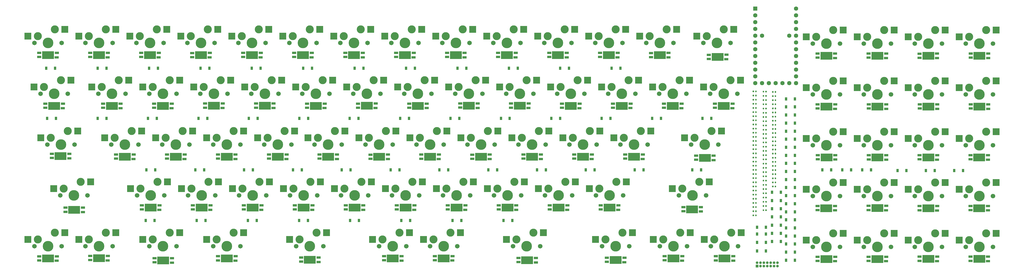
<source format=gbr>
%TF.GenerationSoftware,KiCad,Pcbnew,(5.1.9)-1*%
%TF.CreationDate,2021-05-14T10:19:55-07:00*%
%TF.ProjectId,chgray-keyboard,63686772-6179-42d6-9b65-79626f617264,rev?*%
%TF.SameCoordinates,Original*%
%TF.FileFunction,Soldermask,Bot*%
%TF.FilePolarity,Negative*%
%FSLAX46Y46*%
G04 Gerber Fmt 4.6, Leading zero omitted, Abs format (unit mm)*
G04 Created by KiCad (PCBNEW (5.1.9)-1) date 2021-05-14 10:19:55*
%MOMM*%
%LPD*%
G01*
G04 APERTURE LIST*
%ADD10C,1.600000*%
%ADD11R,1.600000X1.600000*%
%ADD12R,0.900000X1.200000*%
%ADD13R,2.550000X2.500000*%
%ADD14C,1.701800*%
%ADD15C,3.987800*%
%ADD16C,3.000000*%
%ADD17R,4.500000X3.000000*%
%ADD18R,1.600000X0.850000*%
%ADD19O,1.000000X1.000000*%
%ADD20R,1.000000X1.000000*%
G04 APERTURE END LIST*
D10*
%TO.C,U1*%
X311150000Y-92710000D03*
X300990000Y-92710000D03*
X313690000Y-82550000D03*
X313690000Y-85090000D03*
X313690000Y-87630000D03*
X313690000Y-90170000D03*
X313690000Y-92710000D03*
X313690000Y-95250000D03*
X313690000Y-97790000D03*
X313690000Y-100330000D03*
X313690000Y-102870000D03*
X313690000Y-105410000D03*
X313690000Y-107950000D03*
X313690000Y-110490000D03*
X311150000Y-110490000D03*
X308610000Y-110490000D03*
X303530000Y-110490000D03*
X300990000Y-110490000D03*
X298450000Y-110490000D03*
X298450000Y-107950000D03*
X298450000Y-105410000D03*
X298450000Y-102870000D03*
X298450000Y-100330000D03*
X298450000Y-97790000D03*
X298450000Y-95250000D03*
X298450000Y-92710000D03*
X298450000Y-90170000D03*
X298450000Y-87630000D03*
X298450000Y-85090000D03*
D11*
X298450000Y-82550000D03*
D10*
X306070000Y-110490000D03*
%TD*%
D12*
%TO.C,D1*%
X74243200Y-143027000D03*
X70943200Y-143027000D03*
%TD*%
%TO.C,D2*%
X73939400Y-161950000D03*
X70639400Y-161950000D03*
%TD*%
%TO.C,D3*%
X308016000Y-160613000D03*
X304716000Y-160613000D03*
%TD*%
%TO.C,D4*%
X256662000Y-143027000D03*
X253362000Y-143027000D03*
%TD*%
%TO.C,D5*%
X36803600Y-104902000D03*
X33503600Y-104902000D03*
%TD*%
%TO.C,D6*%
X74829400Y-123723000D03*
X71529400Y-123723000D03*
%TD*%
%TO.C,D7*%
X56008200Y-104902000D03*
X52708200Y-104902000D03*
%TD*%
%TO.C,D8*%
X93664400Y-123723000D03*
X90364400Y-123723000D03*
%TD*%
%TO.C,D9*%
X92485100Y-143027000D03*
X89185100Y-143027000D03*
%TD*%
%TO.C,D10*%
X93043700Y-161950000D03*
X89743700Y-161950000D03*
%TD*%
%TO.C,D11*%
X308016000Y-163689000D03*
X304716000Y-163689000D03*
%TD*%
%TO.C,D12*%
X278204000Y-143027000D03*
X274904000Y-143027000D03*
%TD*%
%TO.C,D13*%
X110727000Y-143027000D03*
X107427000Y-143027000D03*
%TD*%
%TO.C,D14*%
X112148000Y-161950000D03*
X108848000Y-161950000D03*
%TD*%
%TO.C,D15*%
X308016000Y-151384000D03*
X304716000Y-151384000D03*
%TD*%
%TO.C,D16*%
X313261000Y-146603000D03*
X309961000Y-146603000D03*
%TD*%
%TO.C,D17*%
X75212800Y-104902000D03*
X71912800Y-104902000D03*
%TD*%
%TO.C,D18*%
X112500000Y-123723000D03*
X109200000Y-123723000D03*
%TD*%
%TO.C,D19*%
X94417500Y-104902000D03*
X91117500Y-104902000D03*
%TD*%
%TO.C,D20*%
X131335000Y-123723000D03*
X128035000Y-123723000D03*
%TD*%
%TO.C,D21*%
X128969000Y-143027000D03*
X125669000Y-143027000D03*
%TD*%
%TO.C,D22*%
X131252000Y-161950000D03*
X127952000Y-161950000D03*
%TD*%
%TO.C,D23*%
X308016000Y-154460000D03*
X304716000Y-154460000D03*
%TD*%
%TO.C,D24*%
X263180000Y-123723000D03*
X259880000Y-123723000D03*
%TD*%
%TO.C,D25*%
X147211000Y-143027000D03*
X143911000Y-143027000D03*
%TD*%
%TO.C,D26*%
X150357000Y-161950000D03*
X147057000Y-161950000D03*
%TD*%
%TO.C,D27*%
X308016000Y-157536000D03*
X304716000Y-157536000D03*
%TD*%
%TO.C,D28*%
X165453000Y-143027000D03*
X162153000Y-143027000D03*
%TD*%
%TO.C,D29*%
X113622000Y-104902000D03*
X110322000Y-104902000D03*
%TD*%
%TO.C,D30*%
X150170000Y-123723000D03*
X146870000Y-123723000D03*
%TD*%
%TO.C,D31*%
X132827000Y-104902000D03*
X129527000Y-104902000D03*
%TD*%
%TO.C,D32*%
X169005000Y-123723000D03*
X165705000Y-123723000D03*
%TD*%
%TO.C,D33*%
X282015000Y-123723000D03*
X278715000Y-123723000D03*
%TD*%
%TO.C,D34*%
X169461000Y-161950000D03*
X166161000Y-161950000D03*
%TD*%
%TO.C,D35*%
X308016000Y-166765000D03*
X304716000Y-166765000D03*
%TD*%
%TO.C,D36*%
X313261000Y-131493000D03*
X309961000Y-131493000D03*
%TD*%
%TO.C,D37*%
X183695000Y-143027000D03*
X180395000Y-143027000D03*
%TD*%
%TO.C,D38*%
X188565000Y-161950000D03*
X185265000Y-161950000D03*
%TD*%
%TO.C,D39*%
X308016000Y-169841000D03*
X304716000Y-169841000D03*
%TD*%
%TO.C,D40*%
X341653000Y-142977000D03*
X338353000Y-142977000D03*
%TD*%
%TO.C,D41*%
X152031000Y-104902000D03*
X148731000Y-104902000D03*
%TD*%
%TO.C,D42*%
X187840000Y-123723000D03*
X184540000Y-123723000D03*
%TD*%
%TO.C,D43*%
X171236000Y-104902000D03*
X167936000Y-104902000D03*
%TD*%
%TO.C,D44*%
X206675000Y-123723000D03*
X203375000Y-123723000D03*
%TD*%
%TO.C,D45*%
X201937000Y-143027000D03*
X198637000Y-143027000D03*
%TD*%
%TO.C,D46*%
X207669000Y-161950000D03*
X204369000Y-161950000D03*
%TD*%
%TO.C,D47*%
X302385000Y-164465000D03*
X299085000Y-164465000D03*
%TD*%
%TO.C,D48*%
X248054000Y-104902000D03*
X244754000Y-104902000D03*
%TD*%
%TO.C,D49*%
X220178000Y-143027000D03*
X216878000Y-143027000D03*
%TD*%
%TO.C,D50*%
X354889000Y-143256000D03*
X351589000Y-143256000D03*
%TD*%
%TO.C,D51*%
X302385000Y-173355000D03*
X299085000Y-173355000D03*
%TD*%
%TO.C,D52*%
X313261000Y-137537000D03*
X309961000Y-137537000D03*
%TD*%
%TO.C,D53*%
X190441000Y-104902000D03*
X187141000Y-104902000D03*
%TD*%
%TO.C,D54*%
X225510000Y-123723000D03*
X222210000Y-123723000D03*
%TD*%
%TO.C,D55*%
X209645000Y-104902000D03*
X206345000Y-104902000D03*
%TD*%
%TO.C,D56*%
X244345000Y-123723000D03*
X241045000Y-123723000D03*
%TD*%
%TO.C,D57*%
X238420000Y-143027000D03*
X235120000Y-143027000D03*
%TD*%
%TO.C,D58*%
X365480000Y-143256000D03*
X362180000Y-143256000D03*
%TD*%
%TO.C,D59*%
X302385000Y-167005000D03*
X299085000Y-167005000D03*
%TD*%
%TO.C,D60*%
X376070000Y-143256000D03*
X372770000Y-143256000D03*
%TD*%
%TO.C,D61*%
X228850000Y-104902000D03*
X225550000Y-104902000D03*
%TD*%
%TO.C,D62*%
X313261000Y-128471000D03*
X309961000Y-128471000D03*
%TD*%
%TO.C,D63*%
X313261000Y-164735000D03*
X309961000Y-164735000D03*
%TD*%
%TO.C,D64*%
X313261000Y-149625000D03*
X309961000Y-149625000D03*
%TD*%
%TO.C,D65*%
X313261000Y-155669000D03*
X309961000Y-155669000D03*
%TD*%
%TO.C,D66*%
X313261000Y-140559000D03*
X309961000Y-140559000D03*
%TD*%
%TO.C,D67*%
X313261000Y-161713000D03*
X309961000Y-161713000D03*
%TD*%
%TO.C,D68*%
X313261000Y-143581000D03*
X309961000Y-143581000D03*
%TD*%
%TO.C,D69*%
X313261000Y-167757000D03*
X309961000Y-167757000D03*
%TD*%
%TO.C,D70*%
X313261000Y-134515000D03*
X309961000Y-134515000D03*
%TD*%
%TO.C,D71*%
X313261000Y-170779000D03*
X309961000Y-170779000D03*
%TD*%
%TO.C,D72*%
X313261000Y-152647000D03*
X309961000Y-152647000D03*
%TD*%
D13*
%TO.C,SW1*%
X374583000Y-112141000D03*
D14*
X377063000Y-114681000D03*
X387223000Y-114681000D03*
D15*
X382143000Y-114681000D03*
D16*
X378333000Y-112141000D03*
X384683000Y-109601000D03*
D13*
X388433000Y-109601000D03*
%TD*%
%TO.C,SW2*%
X26603000Y-169037000D03*
D14*
X29083000Y-171577000D03*
X39243000Y-171577000D03*
D15*
X34163000Y-171577000D03*
D16*
X30353000Y-169037000D03*
X36703000Y-166497000D03*
D13*
X40453000Y-166497000D03*
%TD*%
%TO.C,SW3*%
X217357000Y-149987000D03*
D14*
X219837000Y-152527000D03*
X229997000Y-152527000D03*
D15*
X224917000Y-152527000D03*
D16*
X221107000Y-149987000D03*
X227457000Y-147447000D03*
D13*
X231207000Y-147447000D03*
%TD*%
%TO.C,SW4*%
X26603000Y-92837000D03*
D14*
X29083000Y-95377000D03*
X39243000Y-95377000D03*
D15*
X34163000Y-95377000D03*
D16*
X30353000Y-92837000D03*
X36703000Y-90297000D03*
D13*
X40453000Y-90297000D03*
%TD*%
%TO.C,SW5*%
X45653000Y-92837000D03*
D14*
X48133000Y-95377000D03*
X58293000Y-95377000D03*
D15*
X53213000Y-95377000D03*
D16*
X49403000Y-92837000D03*
X55753000Y-90297000D03*
D13*
X59503000Y-90297000D03*
%TD*%
%TO.C,SW6*%
X50479000Y-111887000D03*
D14*
X52959000Y-114427000D03*
X63119000Y-114427000D03*
D15*
X58039000Y-114427000D03*
D16*
X54229000Y-111887000D03*
X60579000Y-109347000D03*
D13*
X64329000Y-109347000D03*
%TD*%
%TO.C,SW7*%
X55305000Y-130937000D03*
D14*
X57785000Y-133477000D03*
X67945000Y-133477000D03*
D15*
X62865000Y-133477000D03*
D16*
X59055000Y-130937000D03*
X65405000Y-128397000D03*
D13*
X69155000Y-128397000D03*
%TD*%
%TO.C,SW8*%
X45653000Y-169037000D03*
D14*
X48133000Y-171577000D03*
X58293000Y-171577000D03*
D15*
X53213000Y-171577000D03*
D16*
X49403000Y-169037000D03*
X55753000Y-166497000D03*
D13*
X59503000Y-166497000D03*
%TD*%
%TO.C,SW9*%
X317433000Y-150241000D03*
D14*
X319913000Y-152781000D03*
X330073000Y-152781000D03*
D15*
X324993000Y-152781000D03*
D16*
X321183000Y-150241000D03*
X327533000Y-147701000D03*
D13*
X331283000Y-147701000D03*
%TD*%
%TO.C,SW10*%
X74355000Y-130937000D03*
D14*
X76835000Y-133477000D03*
X86995000Y-133477000D03*
D15*
X81915000Y-133477000D03*
D16*
X78105000Y-130937000D03*
X84455000Y-128397000D03*
D13*
X88205000Y-128397000D03*
%TD*%
%TO.C,SW11*%
X64957000Y-149987000D03*
D14*
X67437000Y-152527000D03*
X77597000Y-152527000D03*
D15*
X72517000Y-152527000D03*
D16*
X68707000Y-149987000D03*
X75057000Y-147447000D03*
D13*
X78807000Y-147447000D03*
%TD*%
%TO.C,SW12*%
X374583000Y-131191000D03*
D14*
X377063000Y-133731000D03*
X387223000Y-133731000D03*
D15*
X382143000Y-133731000D03*
D16*
X378333000Y-131191000D03*
X384683000Y-128651000D03*
D13*
X388433000Y-128651000D03*
%TD*%
%TO.C,SW13*%
X64703000Y-92837000D03*
D14*
X67183000Y-95377000D03*
X77343000Y-95377000D03*
D15*
X72263000Y-95377000D03*
D16*
X68453000Y-92837000D03*
X74803000Y-90297000D03*
D13*
X78553000Y-90297000D03*
%TD*%
%TO.C,SW14*%
X69529000Y-111887000D03*
D14*
X72009000Y-114427000D03*
X82169000Y-114427000D03*
D15*
X77089000Y-114427000D03*
D16*
X73279000Y-111887000D03*
X79629000Y-109347000D03*
D13*
X83379000Y-109347000D03*
%TD*%
%TO.C,SW15*%
X83753000Y-92837000D03*
D14*
X86233000Y-95377000D03*
X96393000Y-95377000D03*
D15*
X91313000Y-95377000D03*
D16*
X87503000Y-92837000D03*
X93853000Y-90297000D03*
D13*
X97603000Y-90297000D03*
%TD*%
%TO.C,SW16*%
X88579000Y-111887000D03*
D14*
X91059000Y-114427000D03*
X101219000Y-114427000D03*
D15*
X96139000Y-114427000D03*
D16*
X92329000Y-111887000D03*
X98679000Y-109347000D03*
D13*
X102429000Y-109347000D03*
%TD*%
%TO.C,SW17*%
X93405000Y-130937000D03*
D14*
X95885000Y-133477000D03*
X106045000Y-133477000D03*
D15*
X100965000Y-133477000D03*
D16*
X97155000Y-130937000D03*
X103505000Y-128397000D03*
D13*
X107255000Y-128397000D03*
%TD*%
%TO.C,SW18*%
X84007000Y-149987000D03*
D14*
X86487000Y-152527000D03*
X96647000Y-152527000D03*
D15*
X91567000Y-152527000D03*
D16*
X87757000Y-149987000D03*
X94107000Y-147447000D03*
D13*
X97857000Y-147447000D03*
%TD*%
%TO.C,SW19*%
X93405000Y-169037000D03*
D14*
X95885000Y-171577000D03*
X106045000Y-171577000D03*
D15*
X100965000Y-171577000D03*
D16*
X97155000Y-169037000D03*
X103505000Y-166497000D03*
D13*
X107255000Y-166497000D03*
%TD*%
%TO.C,SW20*%
X221929000Y-111887000D03*
D14*
X224409000Y-114427000D03*
X234569000Y-114427000D03*
D15*
X229489000Y-114427000D03*
D16*
X225679000Y-111887000D03*
X232029000Y-109347000D03*
D13*
X235779000Y-109347000D03*
%TD*%
%TO.C,SW21*%
X112455000Y-130937000D03*
D14*
X114935000Y-133477000D03*
X125095000Y-133477000D03*
D15*
X120015000Y-133477000D03*
D16*
X116205000Y-130937000D03*
X122555000Y-128397000D03*
D13*
X126305000Y-128397000D03*
%TD*%
%TO.C,SW22*%
X103057000Y-149987000D03*
D14*
X105537000Y-152527000D03*
X115697000Y-152527000D03*
D15*
X110617000Y-152527000D03*
D16*
X106807000Y-149987000D03*
X113157000Y-147447000D03*
D13*
X116907000Y-147447000D03*
%TD*%
%TO.C,SW23*%
X240979000Y-111887000D03*
D14*
X243459000Y-114427000D03*
X253619000Y-114427000D03*
D15*
X248539000Y-114427000D03*
D16*
X244729000Y-111887000D03*
X251079000Y-109347000D03*
D13*
X254829000Y-109347000D03*
%TD*%
%TO.C,SW24*%
X102803000Y-92837000D03*
D14*
X105283000Y-95377000D03*
X115443000Y-95377000D03*
D15*
X110363000Y-95377000D03*
D16*
X106553000Y-92837000D03*
X112903000Y-90297000D03*
D13*
X116653000Y-90297000D03*
%TD*%
%TO.C,SW25*%
X107629000Y-111887000D03*
D14*
X110109000Y-114427000D03*
X120269000Y-114427000D03*
D15*
X115189000Y-114427000D03*
D16*
X111379000Y-111887000D03*
X117729000Y-109347000D03*
D13*
X121479000Y-109347000D03*
%TD*%
%TO.C,SW26*%
X121853000Y-92837000D03*
D14*
X124333000Y-95377000D03*
X134493000Y-95377000D03*
D15*
X129413000Y-95377000D03*
D16*
X125603000Y-92837000D03*
X131953000Y-90297000D03*
D13*
X135703000Y-90297000D03*
%TD*%
%TO.C,SW27*%
X126679000Y-111887000D03*
D14*
X129159000Y-114427000D03*
X139319000Y-114427000D03*
D15*
X134239000Y-114427000D03*
D16*
X130429000Y-111887000D03*
X136779000Y-109347000D03*
D13*
X140529000Y-109347000D03*
%TD*%
%TO.C,SW28*%
X131251000Y-130937000D03*
D14*
X133731000Y-133477000D03*
X143891000Y-133477000D03*
D15*
X138811000Y-133477000D03*
D16*
X135001000Y-130937000D03*
X141351000Y-128397000D03*
D13*
X145101000Y-128397000D03*
%TD*%
%TO.C,SW29*%
X122107000Y-149987000D03*
D14*
X124587000Y-152527000D03*
X134747000Y-152527000D03*
D15*
X129667000Y-152527000D03*
D16*
X125857000Y-149987000D03*
X132207000Y-147447000D03*
D13*
X135957000Y-147447000D03*
%TD*%
%TO.C,SW30*%
X155381000Y-169037000D03*
D14*
X157861000Y-171577000D03*
X168021000Y-171577000D03*
D15*
X162941000Y-171577000D03*
D16*
X159131000Y-169037000D03*
X165481000Y-166497000D03*
D13*
X169231000Y-166497000D03*
%TD*%
%TO.C,SW31*%
X150301000Y-130937000D03*
D14*
X152781000Y-133477000D03*
X162941000Y-133477000D03*
D15*
X157861000Y-133477000D03*
D16*
X154051000Y-130937000D03*
X160401000Y-128397000D03*
D13*
X164151000Y-128397000D03*
%TD*%
%TO.C,SW32*%
X141157000Y-149987000D03*
D14*
X143637000Y-152527000D03*
X153797000Y-152527000D03*
D15*
X148717000Y-152527000D03*
D16*
X144907000Y-149987000D03*
X151257000Y-147447000D03*
D13*
X155007000Y-147447000D03*
%TD*%
%TO.C,SW33*%
X174431000Y-169037000D03*
D14*
X176911000Y-171577000D03*
X187071000Y-171577000D03*
D15*
X181991000Y-171577000D03*
D16*
X178181000Y-169037000D03*
X184531000Y-166497000D03*
D13*
X188281000Y-166497000D03*
%TD*%
%TO.C,SW34*%
X236407000Y-149987000D03*
D14*
X238887000Y-152527000D03*
X249047000Y-152527000D03*
D15*
X243967000Y-152527000D03*
D16*
X240157000Y-149987000D03*
X246507000Y-147447000D03*
D13*
X250257000Y-147447000D03*
%TD*%
%TO.C,SW35*%
X140903000Y-92837000D03*
D14*
X143383000Y-95377000D03*
X153543000Y-95377000D03*
D15*
X148463000Y-95377000D03*
D16*
X144653000Y-92837000D03*
X151003000Y-90297000D03*
D13*
X154753000Y-90297000D03*
%TD*%
%TO.C,SW36*%
X145729000Y-111887000D03*
D14*
X148209000Y-114427000D03*
X158369000Y-114427000D03*
D15*
X153289000Y-114427000D03*
D16*
X149479000Y-111887000D03*
X155829000Y-109347000D03*
D13*
X159579000Y-109347000D03*
%TD*%
%TO.C,SW37*%
X159953000Y-92837000D03*
D14*
X162433000Y-95377000D03*
X172593000Y-95377000D03*
D15*
X167513000Y-95377000D03*
D16*
X163703000Y-92837000D03*
X170053000Y-90297000D03*
D13*
X173803000Y-90297000D03*
%TD*%
%TO.C,SW38*%
X164779000Y-111887000D03*
D14*
X167259000Y-114427000D03*
X177419000Y-114427000D03*
D15*
X172339000Y-114427000D03*
D16*
X168529000Y-111887000D03*
X174879000Y-109347000D03*
D13*
X178629000Y-109347000D03*
%TD*%
%TO.C,SW39*%
X169351000Y-130937000D03*
D14*
X171831000Y-133477000D03*
X181991000Y-133477000D03*
D15*
X176911000Y-133477000D03*
D16*
X173101000Y-130937000D03*
X179451000Y-128397000D03*
D13*
X183201000Y-128397000D03*
%TD*%
%TO.C,SW40*%
X160207000Y-149987000D03*
D14*
X162687000Y-152527000D03*
X172847000Y-152527000D03*
D15*
X167767000Y-152527000D03*
D16*
X163957000Y-149987000D03*
X170307000Y-147447000D03*
D13*
X174057000Y-147447000D03*
%TD*%
%TO.C,SW41*%
X236153000Y-92837000D03*
D14*
X238633000Y-95377000D03*
X248793000Y-95377000D03*
D15*
X243713000Y-95377000D03*
D16*
X239903000Y-92837000D03*
X246253000Y-90297000D03*
D13*
X250003000Y-90297000D03*
%TD*%
%TO.C,SW42*%
X188401000Y-130937000D03*
D14*
X190881000Y-133477000D03*
X201041000Y-133477000D03*
D15*
X195961000Y-133477000D03*
D16*
X192151000Y-130937000D03*
X198501000Y-128397000D03*
D13*
X202251000Y-128397000D03*
%TD*%
%TO.C,SW43*%
X179257000Y-149987000D03*
D14*
X181737000Y-152527000D03*
X191897000Y-152527000D03*
D15*
X186817000Y-152527000D03*
D16*
X183007000Y-149987000D03*
X189357000Y-147447000D03*
D13*
X193107000Y-147447000D03*
%TD*%
%TO.C,SW45*%
X255203000Y-92837000D03*
D14*
X257683000Y-95377000D03*
X267843000Y-95377000D03*
D15*
X262763000Y-95377000D03*
D16*
X258953000Y-92837000D03*
X265303000Y-90297000D03*
D13*
X269053000Y-90297000D03*
%TD*%
%TO.C,SW46*%
X179003000Y-92837000D03*
D14*
X181483000Y-95377000D03*
X191643000Y-95377000D03*
D15*
X186563000Y-95377000D03*
D16*
X182753000Y-92837000D03*
X189103000Y-90297000D03*
D13*
X192853000Y-90297000D03*
%TD*%
%TO.C,SW47*%
X183829000Y-111887000D03*
D14*
X186309000Y-114427000D03*
X196469000Y-114427000D03*
D15*
X191389000Y-114427000D03*
D16*
X187579000Y-111887000D03*
X193929000Y-109347000D03*
D13*
X197679000Y-109347000D03*
%TD*%
%TO.C,SW48*%
X198053000Y-92837000D03*
D14*
X200533000Y-95377000D03*
X210693000Y-95377000D03*
D15*
X205613000Y-95377000D03*
D16*
X201803000Y-92837000D03*
X208153000Y-90297000D03*
D13*
X211903000Y-90297000D03*
%TD*%
%TO.C,SW49*%
X202879000Y-111887000D03*
D14*
X205359000Y-114427000D03*
X215519000Y-114427000D03*
D15*
X210439000Y-114427000D03*
D16*
X206629000Y-111887000D03*
X212979000Y-109347000D03*
D13*
X216729000Y-109347000D03*
%TD*%
%TO.C,SW50*%
X207451000Y-130937000D03*
D14*
X209931000Y-133477000D03*
X220091000Y-133477000D03*
D15*
X215011000Y-133477000D03*
D16*
X211201000Y-130937000D03*
X217551000Y-128397000D03*
D13*
X221301000Y-128397000D03*
%TD*%
%TO.C,SW51*%
X198307000Y-149987000D03*
D14*
X200787000Y-152527000D03*
X210947000Y-152527000D03*
D15*
X205867000Y-152527000D03*
D16*
X202057000Y-149987000D03*
X208407000Y-147447000D03*
D13*
X212157000Y-147447000D03*
%TD*%
%TO.C,SW53*%
X217103000Y-92837000D03*
D14*
X219583000Y-95377000D03*
X229743000Y-95377000D03*
D15*
X224663000Y-95377000D03*
D16*
X220853000Y-92837000D03*
X227203000Y-90297000D03*
D13*
X230953000Y-90297000D03*
%TD*%
%TO.C,SW54*%
X336483000Y-131191000D03*
D14*
X338963000Y-133731000D03*
X349123000Y-133731000D03*
D15*
X344043000Y-133731000D03*
D16*
X340233000Y-131191000D03*
X346583000Y-128651000D03*
D13*
X350333000Y-128651000D03*
%TD*%
%TO.C,SW55*%
X260029000Y-111887000D03*
D14*
X262509000Y-114427000D03*
X272669000Y-114427000D03*
D15*
X267589000Y-114427000D03*
D16*
X263779000Y-111887000D03*
X270129000Y-109347000D03*
D13*
X273879000Y-109347000D03*
%TD*%
%TO.C,SW56*%
X355533000Y-131191000D03*
D14*
X358013000Y-133731000D03*
X368173000Y-133731000D03*
D15*
X363093000Y-133731000D03*
D16*
X359283000Y-131191000D03*
X365633000Y-128651000D03*
D13*
X369383000Y-128651000D03*
%TD*%
%TO.C,SW57*%
X226501000Y-130937000D03*
D14*
X228981000Y-133477000D03*
X239141000Y-133477000D03*
D15*
X234061000Y-133477000D03*
D16*
X230251000Y-130937000D03*
X236601000Y-128397000D03*
D13*
X240351000Y-128397000D03*
%TD*%
%TO.C,SW58*%
X245551000Y-130937000D03*
D14*
X248031000Y-133477000D03*
X258191000Y-133477000D03*
D15*
X253111000Y-133477000D03*
D16*
X249301000Y-130937000D03*
X255651000Y-128397000D03*
D13*
X259401000Y-128397000D03*
%TD*%
%TO.C,SW59*%
X279079000Y-111887000D03*
D14*
X281559000Y-114427000D03*
X291719000Y-114427000D03*
D15*
X286639000Y-114427000D03*
D16*
X282829000Y-111887000D03*
X289179000Y-109347000D03*
D13*
X292929000Y-109347000D03*
%TD*%
%TO.C,SW61*%
X279333000Y-169037000D03*
D14*
X281813000Y-171577000D03*
X291973000Y-171577000D03*
D15*
X286893000Y-171577000D03*
D16*
X283083000Y-169037000D03*
X289433000Y-166497000D03*
D13*
X293183000Y-166497000D03*
%TD*%
%TO.C,SW62*%
X336483000Y-112141000D03*
D14*
X338963000Y-114681000D03*
X349123000Y-114681000D03*
D15*
X344043000Y-114681000D03*
D16*
X340233000Y-112141000D03*
X346583000Y-109601000D03*
D13*
X350333000Y-109601000D03*
%TD*%
%TO.C,SW63*%
X317433000Y-112141000D03*
D14*
X319913000Y-114681000D03*
X330073000Y-114681000D03*
D15*
X324993000Y-114681000D03*
D16*
X321183000Y-112141000D03*
X327533000Y-109601000D03*
D13*
X331283000Y-109601000D03*
%TD*%
%TO.C,SW60*%
X317433000Y-131191000D03*
D14*
X319913000Y-133731000D03*
X330073000Y-133731000D03*
D15*
X324993000Y-133731000D03*
D16*
X321183000Y-131191000D03*
X327533000Y-128651000D03*
D13*
X331283000Y-128651000D03*
%TD*%
D16*
%TO.C,WinKey1*%
X73289000Y-169027000D03*
D14*
X72019000Y-171567000D03*
D15*
X77099000Y-171567000D03*
D14*
X82179000Y-171567000D03*
D13*
X69539000Y-169027000D03*
X83389000Y-166487000D03*
D16*
X79639000Y-166487000D03*
%TD*%
%TO.C,TAB1*%
X32649000Y-111877000D03*
D14*
X31379000Y-114417000D03*
D15*
X36459000Y-114417000D03*
D14*
X41539000Y-114417000D03*
D13*
X28899000Y-111877000D03*
X42749000Y-109337000D03*
D16*
X38999000Y-109337000D03*
%TD*%
%TO.C,CAPS1*%
X35189000Y-130927000D03*
D14*
X33919000Y-133467000D03*
D15*
X38999000Y-133467000D03*
D14*
X44079000Y-133467000D03*
D13*
X31439000Y-130927000D03*
X45289000Y-128387000D03*
D16*
X41539000Y-128387000D03*
%TD*%
%TO.C,Backspace1*%
X280299000Y-92827000D03*
D14*
X279029000Y-95367000D03*
D15*
X284109000Y-95367000D03*
D14*
X289189000Y-95367000D03*
D13*
X276549000Y-92827000D03*
X290399000Y-90287000D03*
D16*
X286649000Y-90287000D03*
%TD*%
%TO.C,RIGHT-SHIFT1*%
X271155000Y-149977000D03*
D14*
X269885000Y-152517000D03*
D15*
X274965000Y-152517000D03*
D14*
X280045000Y-152517000D03*
D13*
X267405000Y-149977000D03*
X281255000Y-147437000D03*
D16*
X277505000Y-147437000D03*
%TD*%
%TO.C,LEFT-SPACE1*%
X128153000Y-169027000D03*
D14*
X126883000Y-171567000D03*
D15*
X131963000Y-171567000D03*
D14*
X137043000Y-171567000D03*
D13*
X124403000Y-169027000D03*
X138253000Y-166487000D03*
D16*
X134503000Y-166487000D03*
%TD*%
%TO.C,RIGHT-SPACE1*%
X209179000Y-169027000D03*
D14*
X207909000Y-171567000D03*
D15*
X212989000Y-171567000D03*
D14*
X218069000Y-171567000D03*
D13*
X205429000Y-169027000D03*
X219279000Y-166487000D03*
D16*
X215529000Y-166487000D03*
%TD*%
D12*
%TO.C,D73*%
X302385000Y-170180000D03*
X299085000Y-170180000D03*
%TD*%
%TO.C,D74*%
X313261000Y-125449000D03*
X309961000Y-125449000D03*
%TD*%
%TO.C,D75*%
X313261000Y-122427000D03*
X309961000Y-122427000D03*
%TD*%
%TO.C,D76*%
X313261000Y-176823000D03*
X309961000Y-176823000D03*
%TD*%
%TO.C,D77*%
X334212000Y-142977000D03*
X330912000Y-142977000D03*
%TD*%
%TO.C,D78*%
X313261000Y-119405000D03*
X309961000Y-119405000D03*
%TD*%
%TO.C,D79*%
X313261000Y-158691000D03*
X309961000Y-158691000D03*
%TD*%
%TO.C,D80*%
X313261000Y-116383000D03*
X309961000Y-116383000D03*
%TD*%
%TO.C,D81*%
X313261000Y-173801000D03*
X309961000Y-173801000D03*
%TD*%
%TO.C,D82*%
X55994300Y-123723000D03*
X52694300Y-123723000D03*
%TD*%
%TO.C,D83*%
X37159200Y-123723000D03*
X33859200Y-123723000D03*
%TD*%
%TO.C,D84*%
X326770000Y-142977000D03*
X323470000Y-142977000D03*
%TD*%
D13*
%TO.C,SW64*%
X336483000Y-150241000D03*
D14*
X338963000Y-152781000D03*
X349123000Y-152781000D03*
D15*
X344043000Y-152781000D03*
D16*
X340233000Y-150241000D03*
X346583000Y-147701000D03*
D13*
X350333000Y-147701000D03*
%TD*%
%TO.C,SW65*%
X317433000Y-93091000D03*
D14*
X319913000Y-95631000D03*
X330073000Y-95631000D03*
D15*
X324993000Y-95631000D03*
D16*
X321183000Y-93091000D03*
X327533000Y-90551000D03*
D13*
X331283000Y-90551000D03*
%TD*%
%TO.C,SW66*%
X374583000Y-169291000D03*
D14*
X377063000Y-171831000D03*
X387223000Y-171831000D03*
D15*
X382143000Y-171831000D03*
D16*
X378333000Y-169291000D03*
X384683000Y-166751000D03*
D13*
X388433000Y-166751000D03*
%TD*%
%TO.C,SW67*%
X355533000Y-112141000D03*
D14*
X358013000Y-114681000D03*
X368173000Y-114681000D03*
D15*
X363093000Y-114681000D03*
D16*
X359283000Y-112141000D03*
X365633000Y-109601000D03*
D13*
X369383000Y-109601000D03*
%TD*%
%TO.C,SW68*%
X355533000Y-150241000D03*
D14*
X358013000Y-152781000D03*
X368173000Y-152781000D03*
D15*
X363093000Y-152781000D03*
D16*
X359283000Y-150241000D03*
X365633000Y-147701000D03*
D13*
X369383000Y-147701000D03*
%TD*%
%TO.C,SW69*%
X374583000Y-93091000D03*
D14*
X377063000Y-95631000D03*
X387223000Y-95631000D03*
D15*
X382143000Y-95631000D03*
D16*
X378333000Y-93091000D03*
X384683000Y-90551000D03*
D13*
X388433000Y-90551000D03*
%TD*%
%TO.C,SW70*%
X355533000Y-93091000D03*
D14*
X358013000Y-95631000D03*
X368173000Y-95631000D03*
D15*
X363093000Y-95631000D03*
D16*
X359283000Y-93091000D03*
X365633000Y-90551000D03*
D13*
X369383000Y-90551000D03*
%TD*%
%TO.C,SW71*%
X355533000Y-169291000D03*
D14*
X358013000Y-171831000D03*
X368173000Y-171831000D03*
D15*
X363093000Y-171831000D03*
D16*
X359283000Y-169291000D03*
X365633000Y-166751000D03*
D13*
X369383000Y-166751000D03*
%TD*%
%TO.C,SW72*%
X336483000Y-169291000D03*
D14*
X338963000Y-171831000D03*
X349123000Y-171831000D03*
D15*
X344043000Y-171831000D03*
D16*
X340233000Y-169291000D03*
X346583000Y-166751000D03*
D13*
X350333000Y-166751000D03*
%TD*%
%TO.C,SW73*%
X317433000Y-169291000D03*
D14*
X319913000Y-171831000D03*
X330073000Y-171831000D03*
D15*
X324993000Y-171831000D03*
D16*
X321183000Y-169291000D03*
X327533000Y-166751000D03*
D13*
X331283000Y-166751000D03*
%TD*%
%TO.C,S2*%
X374583000Y-150241000D03*
D14*
X377063000Y-152781000D03*
X387223000Y-152781000D03*
D15*
X382143000Y-152781000D03*
D16*
X378333000Y-150241000D03*
X384683000Y-147701000D03*
D13*
X388433000Y-147701000D03*
%TD*%
%TO.C,S1*%
X336483000Y-93091000D03*
D14*
X338963000Y-95631000D03*
X349123000Y-95631000D03*
D15*
X344043000Y-95631000D03*
D16*
X340233000Y-93091000D03*
X346583000Y-90551000D03*
D13*
X350333000Y-90551000D03*
%TD*%
D16*
%TO.C,ENTER1*%
X282077000Y-128387000D03*
D13*
X285827000Y-128387000D03*
X271977000Y-130927000D03*
D14*
X284617000Y-133467000D03*
D15*
X279537000Y-133467000D03*
D14*
X274457000Y-133467000D03*
D16*
X275727000Y-130927000D03*
%TD*%
%TO.C,SW44*%
X242453000Y-169027000D03*
D14*
X241183000Y-171567000D03*
D15*
X246263000Y-171567000D03*
D14*
X251343000Y-171567000D03*
D13*
X238703000Y-169027000D03*
X252553000Y-166487000D03*
D16*
X248803000Y-166487000D03*
%TD*%
%TO.C,LEFT-SHIFT1*%
X40015000Y-149977000D03*
D14*
X38745000Y-152517000D03*
D15*
X43825000Y-152517000D03*
D14*
X48905000Y-152517000D03*
D13*
X36265000Y-149977000D03*
X50115000Y-147437000D03*
D16*
X46365000Y-147437000D03*
%TD*%
D13*
%TO.C,SW52*%
X260283000Y-169037000D03*
D14*
X262763000Y-171577000D03*
X272923000Y-171577000D03*
D15*
X267843000Y-171577000D03*
D16*
X264033000Y-169037000D03*
X270383000Y-166497000D03*
D13*
X274133000Y-166497000D03*
%TD*%
D17*
%TO.C,D85*%
X34163000Y-99974000D03*
D18*
X30903000Y-100684000D03*
X30883000Y-99144000D03*
X37423000Y-100804000D03*
X37433000Y-99134000D03*
%TD*%
D17*
%TO.C,D90*%
X53213000Y-99976000D03*
D18*
X49953000Y-100686000D03*
X49933000Y-99146000D03*
X56473000Y-100806000D03*
X56483000Y-99136000D03*
%TD*%
D17*
%TO.C,D95*%
X72263000Y-99974000D03*
D18*
X69003000Y-100684000D03*
X68983000Y-99144000D03*
X75523000Y-100804000D03*
X75533000Y-99134000D03*
%TD*%
D17*
%TO.C,D100*%
X91313000Y-100000000D03*
D18*
X88053000Y-100710000D03*
X88033000Y-99170000D03*
X94573000Y-100830000D03*
X94583000Y-99160000D03*
%TD*%
D17*
%TO.C,D104*%
X110363000Y-99976000D03*
D18*
X107103000Y-100686000D03*
X107083000Y-99146000D03*
X113623000Y-100806000D03*
X113633000Y-99136000D03*
%TD*%
D17*
%TO.C,D108*%
X129413000Y-99951000D03*
D18*
X126153000Y-100661000D03*
X126133000Y-99121000D03*
X132673000Y-100781000D03*
X132683000Y-99111000D03*
%TD*%
D17*
%TO.C,D112*%
X148488000Y-99976000D03*
D18*
X145228000Y-100686000D03*
X145208000Y-99146000D03*
X151748000Y-100806000D03*
X151758000Y-99136000D03*
%TD*%
D17*
%TO.C,D116*%
X167513000Y-99976000D03*
D18*
X164253000Y-100686000D03*
X164233000Y-99146000D03*
X170773000Y-100806000D03*
X170783000Y-99136000D03*
%TD*%
D17*
%TO.C,D120*%
X186538000Y-99976000D03*
D18*
X183278000Y-100686000D03*
X183258000Y-99146000D03*
X189798000Y-100806000D03*
X189808000Y-99136000D03*
%TD*%
D17*
%TO.C,D124*%
X205613000Y-99976000D03*
D18*
X202353000Y-100686000D03*
X202333000Y-99146000D03*
X208873000Y-100806000D03*
X208883000Y-99136000D03*
%TD*%
D17*
%TO.C,D128*%
X224688000Y-99951000D03*
D18*
X221428000Y-100661000D03*
X221408000Y-99121000D03*
X227948000Y-100781000D03*
X227958000Y-99111000D03*
%TD*%
D17*
%TO.C,D132*%
X243713000Y-99976000D03*
D18*
X240453000Y-100686000D03*
X240433000Y-99146000D03*
X246973000Y-100806000D03*
X246983000Y-99136000D03*
%TD*%
D17*
%TO.C,D136*%
X262738000Y-100001000D03*
D18*
X259478000Y-100711000D03*
X259458000Y-99171000D03*
X265998000Y-100831000D03*
X266008000Y-99161000D03*
%TD*%
D17*
%TO.C,D140*%
X324968000Y-100230000D03*
D18*
X321708000Y-100940000D03*
X321688000Y-99400000D03*
X328228000Y-101060000D03*
X328238000Y-99390000D03*
%TD*%
D17*
%TO.C,D144*%
X344043000Y-100230000D03*
D18*
X340783000Y-100940000D03*
X340763000Y-99400000D03*
X347303000Y-101060000D03*
X347313000Y-99390000D03*
%TD*%
D17*
%TO.C,D148*%
X363068000Y-100255000D03*
D18*
X359808000Y-100965000D03*
X359788000Y-99425000D03*
X366328000Y-101085000D03*
X366338000Y-99415000D03*
%TD*%
D17*
%TO.C,D152*%
X382168000Y-100205000D03*
D18*
X378908000Y-100915000D03*
X378888000Y-99375000D03*
X385428000Y-101035000D03*
X385438000Y-99365000D03*
%TD*%
D17*
%TO.C,D156*%
X382168000Y-119255000D03*
D18*
X378908000Y-119965000D03*
X378888000Y-118425000D03*
X385428000Y-120085000D03*
X385438000Y-118415000D03*
%TD*%
D17*
%TO.C,D160*%
X363118000Y-119255000D03*
D18*
X359858000Y-119965000D03*
X359838000Y-118425000D03*
X366378000Y-120085000D03*
X366388000Y-118415000D03*
%TD*%
D17*
%TO.C,D164*%
X344068000Y-119255000D03*
D18*
X340808000Y-119965000D03*
X340788000Y-118425000D03*
X347328000Y-120085000D03*
X347338000Y-118415000D03*
%TD*%
D17*
%TO.C,D168*%
X324993000Y-119280000D03*
D18*
X321733000Y-119990000D03*
X321713000Y-118450000D03*
X328253000Y-120110000D03*
X328263000Y-118440000D03*
%TD*%
D17*
%TO.C,D86*%
X286639000Y-119012000D03*
D18*
X283379000Y-119722000D03*
X283359000Y-118182000D03*
X289899000Y-119842000D03*
X289909000Y-118172000D03*
%TD*%
D17*
%TO.C,D91*%
X267589000Y-119012000D03*
D18*
X264329000Y-119722000D03*
X264309000Y-118182000D03*
X270849000Y-119842000D03*
X270859000Y-118172000D03*
%TD*%
D17*
%TO.C,D96*%
X248539000Y-118987000D03*
D18*
X245279000Y-119697000D03*
X245259000Y-118157000D03*
X251799000Y-119817000D03*
X251809000Y-118147000D03*
%TD*%
D17*
%TO.C,D101*%
X229489000Y-119012000D03*
D18*
X226229000Y-119722000D03*
X226209000Y-118182000D03*
X232749000Y-119842000D03*
X232759000Y-118172000D03*
%TD*%
D17*
%TO.C,D105*%
X210439000Y-118961000D03*
D18*
X207179000Y-119671000D03*
X207159000Y-118131000D03*
X213699000Y-119791000D03*
X213709000Y-118121000D03*
%TD*%
D17*
%TO.C,D109*%
X191414000Y-118936000D03*
D18*
X188154000Y-119646000D03*
X188134000Y-118106000D03*
X194674000Y-119766000D03*
X194684000Y-118096000D03*
%TD*%
D17*
%TO.C,D113*%
X172364000Y-118987000D03*
D18*
X169104000Y-119697000D03*
X169084000Y-118157000D03*
X175624000Y-119817000D03*
X175634000Y-118147000D03*
%TD*%
D17*
%TO.C,D117*%
X153289000Y-118975000D03*
D18*
X150029000Y-119685000D03*
X150009000Y-118145000D03*
X156549000Y-119805000D03*
X156559000Y-118135000D03*
%TD*%
D17*
%TO.C,D121*%
X134239000Y-118987000D03*
D18*
X130979000Y-119697000D03*
X130959000Y-118157000D03*
X137499000Y-119817000D03*
X137509000Y-118147000D03*
%TD*%
D17*
%TO.C,D125*%
X115164000Y-118961000D03*
D18*
X111904000Y-119671000D03*
X111884000Y-118131000D03*
X118424000Y-119791000D03*
X118434000Y-118121000D03*
%TD*%
D17*
%TO.C,D129*%
X96139000Y-118950000D03*
D18*
X92879000Y-119660000D03*
X92859000Y-118120000D03*
X99399000Y-119780000D03*
X99409000Y-118110000D03*
%TD*%
D17*
%TO.C,D133*%
X77089000Y-119001000D03*
D18*
X73829000Y-119711000D03*
X73809000Y-118171000D03*
X80349000Y-119831000D03*
X80359000Y-118161000D03*
%TD*%
D17*
%TO.C,D137*%
X58013600Y-119026000D03*
D18*
X54753600Y-119736000D03*
X54733600Y-118196000D03*
X61273600Y-119856000D03*
X61283600Y-118186000D03*
%TD*%
D17*
%TO.C,D141*%
X36449000Y-119026000D03*
D18*
X33189000Y-119736000D03*
X33169000Y-118196000D03*
X39709000Y-119856000D03*
X39719000Y-118186000D03*
%TD*%
D17*
%TO.C,D145*%
X38862000Y-137822000D03*
D18*
X35602000Y-138532000D03*
X35582000Y-136992000D03*
X42122000Y-138652000D03*
X42132000Y-136982000D03*
%TD*%
D17*
%TO.C,D149*%
X62865000Y-138076000D03*
D18*
X59605000Y-138786000D03*
X59585000Y-137246000D03*
X66125000Y-138906000D03*
X66135000Y-137236000D03*
%TD*%
D17*
%TO.C,D153*%
X81915000Y-138076000D03*
D18*
X78655000Y-138786000D03*
X78635000Y-137246000D03*
X85175000Y-138906000D03*
X85185000Y-137236000D03*
%TD*%
D17*
%TO.C,D157*%
X100940000Y-138051000D03*
D18*
X97680000Y-138761000D03*
X97660000Y-137221000D03*
X104200000Y-138881000D03*
X104210000Y-137211000D03*
%TD*%
D17*
%TO.C,D161*%
X120015000Y-138076000D03*
D18*
X116755000Y-138786000D03*
X116735000Y-137246000D03*
X123275000Y-138906000D03*
X123285000Y-137236000D03*
%TD*%
D17*
%TO.C,D165*%
X138836000Y-138076000D03*
D18*
X135576000Y-138786000D03*
X135556000Y-137246000D03*
X142096000Y-138906000D03*
X142106000Y-137236000D03*
%TD*%
D17*
%TO.C,D87*%
X157886000Y-138101000D03*
D18*
X154626000Y-138811000D03*
X154606000Y-137271000D03*
X161146000Y-138931000D03*
X161156000Y-137261000D03*
%TD*%
D17*
%TO.C,D92*%
X176911000Y-138087000D03*
D18*
X173651000Y-138797000D03*
X173631000Y-137257000D03*
X180171000Y-138917000D03*
X180181000Y-137247000D03*
%TD*%
D17*
%TO.C,D97*%
X195936000Y-138101000D03*
D18*
X192676000Y-138811000D03*
X192656000Y-137271000D03*
X199196000Y-138931000D03*
X199206000Y-137261000D03*
%TD*%
D17*
%TO.C,D102*%
X215036000Y-138051000D03*
D18*
X211776000Y-138761000D03*
X211756000Y-137221000D03*
X218296000Y-138881000D03*
X218306000Y-137211000D03*
%TD*%
D17*
%TO.C,D106*%
X234061000Y-138076000D03*
D18*
X230801000Y-138786000D03*
X230781000Y-137246000D03*
X237321000Y-138906000D03*
X237331000Y-137236000D03*
%TD*%
D17*
%TO.C,D110*%
X253111000Y-138062000D03*
D18*
X249851000Y-138772000D03*
X249831000Y-137232000D03*
X256371000Y-138892000D03*
X256381000Y-137222000D03*
%TD*%
D17*
%TO.C,D114*%
X279578000Y-138494000D03*
D18*
X276318000Y-139204000D03*
X276298000Y-137664000D03*
X282838000Y-139324000D03*
X282848000Y-137654000D03*
%TD*%
D17*
%TO.C,D118*%
X325044000Y-138291000D03*
D18*
X321784000Y-139001000D03*
X321764000Y-137461000D03*
X328304000Y-139121000D03*
X328314000Y-137451000D03*
%TD*%
D17*
%TO.C,D122*%
X344068000Y-138341000D03*
D18*
X340808000Y-139051000D03*
X340788000Y-137511000D03*
X347328000Y-139171000D03*
X347338000Y-137501000D03*
%TD*%
D17*
%TO.C,D126*%
X363093000Y-138316000D03*
D18*
X359833000Y-139026000D03*
X359813000Y-137486000D03*
X366353000Y-139146000D03*
X366363000Y-137476000D03*
%TD*%
D17*
%TO.C,D130*%
X382092000Y-138305000D03*
D18*
X378832000Y-139015000D03*
X378812000Y-137475000D03*
X385352000Y-139135000D03*
X385362000Y-137465000D03*
%TD*%
D17*
%TO.C,D134*%
X382092000Y-157341000D03*
D18*
X378832000Y-158051000D03*
X378812000Y-156511000D03*
X385352000Y-158171000D03*
X385362000Y-156501000D03*
%TD*%
D17*
%TO.C,D138*%
X363093000Y-157391000D03*
D18*
X359833000Y-158101000D03*
X359813000Y-156561000D03*
X366353000Y-158221000D03*
X366363000Y-156551000D03*
%TD*%
D17*
%TO.C,D142*%
X344043000Y-157315000D03*
D18*
X340783000Y-158025000D03*
X340763000Y-156485000D03*
X347303000Y-158145000D03*
X347313000Y-156475000D03*
%TD*%
D17*
%TO.C,D146*%
X324942000Y-157341000D03*
D18*
X321682000Y-158051000D03*
X321662000Y-156511000D03*
X328202000Y-158171000D03*
X328212000Y-156501000D03*
%TD*%
D17*
%TO.C,D150*%
X274828000Y-157761000D03*
D18*
X271568000Y-158471000D03*
X271548000Y-156931000D03*
X278088000Y-158591000D03*
X278098000Y-156921000D03*
%TD*%
D17*
%TO.C,D154*%
X243967000Y-157101000D03*
D18*
X240707000Y-157811000D03*
X240687000Y-156271000D03*
X247227000Y-157931000D03*
X247237000Y-156261000D03*
%TD*%
D17*
%TO.C,D158*%
X224917000Y-157126000D03*
D18*
X221657000Y-157836000D03*
X221637000Y-156296000D03*
X228177000Y-157956000D03*
X228187000Y-156286000D03*
%TD*%
D17*
%TO.C,D162*%
X205842000Y-157126000D03*
D18*
X202582000Y-157836000D03*
X202562000Y-156296000D03*
X209102000Y-157956000D03*
X209112000Y-156286000D03*
%TD*%
D17*
%TO.C,D166*%
X186817000Y-157101000D03*
D18*
X183557000Y-157811000D03*
X183537000Y-156271000D03*
X190077000Y-157931000D03*
X190087000Y-156261000D03*
%TD*%
D17*
%TO.C,D88*%
X167767000Y-157126000D03*
D18*
X164507000Y-157836000D03*
X164487000Y-156296000D03*
X171027000Y-157956000D03*
X171037000Y-156286000D03*
%TD*%
D17*
%TO.C,D93*%
X148692000Y-157126000D03*
D18*
X145432000Y-157836000D03*
X145412000Y-156296000D03*
X151952000Y-157956000D03*
X151962000Y-156286000D03*
%TD*%
D17*
%TO.C,D98*%
X129667000Y-157126000D03*
D18*
X126407000Y-157836000D03*
X126387000Y-156296000D03*
X132927000Y-157956000D03*
X132937000Y-156286000D03*
%TD*%
D17*
%TO.C,D103*%
X110617000Y-157126000D03*
D18*
X107357000Y-157836000D03*
X107337000Y-156296000D03*
X113877000Y-157956000D03*
X113887000Y-156286000D03*
%TD*%
D17*
%TO.C,D107*%
X91567000Y-157101000D03*
D18*
X88307000Y-157811000D03*
X88287000Y-156271000D03*
X94827000Y-157931000D03*
X94837000Y-156261000D03*
%TD*%
D17*
%TO.C,D111*%
X72517000Y-157101000D03*
D18*
X69257000Y-157811000D03*
X69237000Y-156271000D03*
X75777000Y-157931000D03*
X75787000Y-156261000D03*
%TD*%
D17*
%TO.C,D115*%
X43942000Y-157988000D03*
D18*
X40682000Y-158698000D03*
X40662000Y-157158000D03*
X47202000Y-158818000D03*
X47212000Y-157148000D03*
%TD*%
D17*
%TO.C,D119*%
X34163000Y-176213000D03*
D18*
X30903000Y-176923000D03*
X30883000Y-175383000D03*
X37423000Y-177043000D03*
X37433000Y-175373000D03*
%TD*%
D17*
%TO.C,D123*%
X53213000Y-176086000D03*
D18*
X49953000Y-176796000D03*
X49933000Y-175256000D03*
X56473000Y-176916000D03*
X56483000Y-175246000D03*
%TD*%
D17*
%TO.C,D127*%
X77216000Y-176938000D03*
D18*
X73956000Y-177648000D03*
X73936000Y-176108000D03*
X80476000Y-177768000D03*
X80486000Y-176098000D03*
%TD*%
D17*
%TO.C,D131*%
X100965000Y-176187000D03*
D18*
X97705000Y-176897000D03*
X97685000Y-175357000D03*
X104225000Y-177017000D03*
X104235000Y-175347000D03*
%TD*%
D17*
%TO.C,D135*%
X131978000Y-176670000D03*
D18*
X128718000Y-177380000D03*
X128698000Y-175840000D03*
X135238000Y-177500000D03*
X135248000Y-175830000D03*
%TD*%
D17*
%TO.C,D139*%
X162966000Y-176176000D03*
D18*
X159706000Y-176886000D03*
X159686000Y-175346000D03*
X166226000Y-177006000D03*
X166236000Y-175336000D03*
%TD*%
D17*
%TO.C,D143*%
X181991000Y-176137000D03*
D18*
X178731000Y-176847000D03*
X178711000Y-175307000D03*
X185251000Y-176967000D03*
X185261000Y-175297000D03*
%TD*%
D17*
%TO.C,D147*%
X213182000Y-176835000D03*
D18*
X209922000Y-177545000D03*
X209902000Y-176005000D03*
X216442000Y-177665000D03*
X216452000Y-175995000D03*
%TD*%
D17*
%TO.C,D151*%
X246253000Y-176746000D03*
D18*
X242993000Y-177456000D03*
X242973000Y-175916000D03*
X249513000Y-177576000D03*
X249523000Y-175906000D03*
%TD*%
D17*
%TO.C,D155*%
X267843000Y-176176000D03*
D18*
X264583000Y-176886000D03*
X264563000Y-175346000D03*
X271103000Y-177006000D03*
X271113000Y-175336000D03*
%TD*%
D17*
%TO.C,D159*%
X286918000Y-176187000D03*
D18*
X283658000Y-176897000D03*
X283638000Y-175357000D03*
X290178000Y-177017000D03*
X290188000Y-175347000D03*
%TD*%
D17*
%TO.C,D163*%
X324993000Y-176391000D03*
D18*
X321733000Y-177101000D03*
X321713000Y-175561000D03*
X328253000Y-177221000D03*
X328263000Y-175551000D03*
%TD*%
D17*
%TO.C,D167*%
X344043000Y-176391000D03*
D18*
X340783000Y-177101000D03*
X340763000Y-175561000D03*
X347303000Y-177221000D03*
X347313000Y-175551000D03*
%TD*%
D17*
%TO.C,D89*%
X363093000Y-176365000D03*
D18*
X359833000Y-177075000D03*
X359813000Y-175535000D03*
X366353000Y-177195000D03*
X366363000Y-175525000D03*
%TD*%
D17*
%TO.C,D94*%
X382118000Y-176365000D03*
D18*
X378858000Y-177075000D03*
X378838000Y-175535000D03*
X385378000Y-177195000D03*
X385388000Y-175525000D03*
%TD*%
D17*
%TO.C,D99*%
X284353000Y-100687000D03*
D18*
X281093000Y-101397000D03*
X281073000Y-99857000D03*
X287613000Y-101517000D03*
X287623000Y-99847000D03*
%TD*%
D19*
%TO.C,J1*%
X306705000Y-177800000D03*
X306705000Y-179070000D03*
X305435000Y-177800000D03*
X305435000Y-179070000D03*
X304165000Y-177800000D03*
X304165000Y-179070000D03*
X302895000Y-177800000D03*
X302895000Y-179070000D03*
X301625000Y-177800000D03*
X301625000Y-179070000D03*
X300355000Y-177800000D03*
X300355000Y-179070000D03*
X299085000Y-177800000D03*
D20*
X299085000Y-179070000D03*
%TD*%
%TO.C,C3*%
G36*
G01*
X302155000Y-158285000D02*
X302155000Y-157945000D01*
G75*
G02*
X302295000Y-157805000I140000J0D01*
G01*
X302575000Y-157805000D01*
G75*
G02*
X302715000Y-157945000I0J-140000D01*
G01*
X302715000Y-158285000D01*
G75*
G02*
X302575000Y-158425000I-140000J0D01*
G01*
X302295000Y-158425000D01*
G75*
G02*
X302155000Y-158285000I0J140000D01*
G01*
G37*
G36*
G01*
X301195000Y-158285000D02*
X301195000Y-157945000D01*
G75*
G02*
X301335000Y-157805000I140000J0D01*
G01*
X301615000Y-157805000D01*
G75*
G02*
X301755000Y-157945000I0J-140000D01*
G01*
X301755000Y-158285000D01*
G75*
G02*
X301615000Y-158425000I-140000J0D01*
G01*
X301335000Y-158425000D01*
G75*
G02*
X301195000Y-158285000I0J140000D01*
G01*
G37*
%TD*%
%TO.C,C5*%
G36*
G01*
X302155000Y-156697000D02*
X302155000Y-156357000D01*
G75*
G02*
X302295000Y-156217000I140000J0D01*
G01*
X302575000Y-156217000D01*
G75*
G02*
X302715000Y-156357000I0J-140000D01*
G01*
X302715000Y-156697000D01*
G75*
G02*
X302575000Y-156837000I-140000J0D01*
G01*
X302295000Y-156837000D01*
G75*
G02*
X302155000Y-156697000I0J140000D01*
G01*
G37*
G36*
G01*
X301195000Y-156697000D02*
X301195000Y-156357000D01*
G75*
G02*
X301335000Y-156217000I140000J0D01*
G01*
X301615000Y-156217000D01*
G75*
G02*
X301755000Y-156357000I0J-140000D01*
G01*
X301755000Y-156697000D01*
G75*
G02*
X301615000Y-156837000I-140000J0D01*
G01*
X301335000Y-156837000D01*
G75*
G02*
X301195000Y-156697000I0J140000D01*
G01*
G37*
%TD*%
%TO.C,C7*%
G36*
G01*
X305660000Y-149395000D02*
X305660000Y-149055000D01*
G75*
G02*
X305800000Y-148915000I140000J0D01*
G01*
X306080000Y-148915000D01*
G75*
G02*
X306220000Y-149055000I0J-140000D01*
G01*
X306220000Y-149395000D01*
G75*
G02*
X306080000Y-149535000I-140000J0D01*
G01*
X305800000Y-149535000D01*
G75*
G02*
X305660000Y-149395000I0J140000D01*
G01*
G37*
G36*
G01*
X304700000Y-149395000D02*
X304700000Y-149055000D01*
G75*
G02*
X304840000Y-148915000I140000J0D01*
G01*
X305120000Y-148915000D01*
G75*
G02*
X305260000Y-149055000I0J-140000D01*
G01*
X305260000Y-149395000D01*
G75*
G02*
X305120000Y-149535000I-140000J0D01*
G01*
X304840000Y-149535000D01*
G75*
G02*
X304700000Y-149395000I0J140000D01*
G01*
G37*
%TD*%
%TO.C,C9*%
G36*
G01*
X302155000Y-155109000D02*
X302155000Y-154769000D01*
G75*
G02*
X302295000Y-154629000I140000J0D01*
G01*
X302575000Y-154629000D01*
G75*
G02*
X302715000Y-154769000I0J-140000D01*
G01*
X302715000Y-155109000D01*
G75*
G02*
X302575000Y-155249000I-140000J0D01*
G01*
X302295000Y-155249000D01*
G75*
G02*
X302155000Y-155109000I0J140000D01*
G01*
G37*
G36*
G01*
X301195000Y-155109000D02*
X301195000Y-154769000D01*
G75*
G02*
X301335000Y-154629000I140000J0D01*
G01*
X301615000Y-154629000D01*
G75*
G02*
X301755000Y-154769000I0J-140000D01*
G01*
X301755000Y-155109000D01*
G75*
G02*
X301615000Y-155249000I-140000J0D01*
G01*
X301335000Y-155249000D01*
G75*
G02*
X301195000Y-155109000I0J140000D01*
G01*
G37*
%TD*%
%TO.C,C10*%
G36*
G01*
X305660000Y-147854000D02*
X305660000Y-147514000D01*
G75*
G02*
X305800000Y-147374000I140000J0D01*
G01*
X306080000Y-147374000D01*
G75*
G02*
X306220000Y-147514000I0J-140000D01*
G01*
X306220000Y-147854000D01*
G75*
G02*
X306080000Y-147994000I-140000J0D01*
G01*
X305800000Y-147994000D01*
G75*
G02*
X305660000Y-147854000I0J140000D01*
G01*
G37*
G36*
G01*
X304700000Y-147854000D02*
X304700000Y-147514000D01*
G75*
G02*
X304840000Y-147374000I140000J0D01*
G01*
X305120000Y-147374000D01*
G75*
G02*
X305260000Y-147514000I0J-140000D01*
G01*
X305260000Y-147854000D01*
G75*
G02*
X305120000Y-147994000I-140000J0D01*
G01*
X304840000Y-147994000D01*
G75*
G02*
X304700000Y-147854000I0J140000D01*
G01*
G37*
%TD*%
%TO.C,C13*%
G36*
G01*
X302155000Y-147169000D02*
X302155000Y-146829000D01*
G75*
G02*
X302295000Y-146689000I140000J0D01*
G01*
X302575000Y-146689000D01*
G75*
G02*
X302715000Y-146829000I0J-140000D01*
G01*
X302715000Y-147169000D01*
G75*
G02*
X302575000Y-147309000I-140000J0D01*
G01*
X302295000Y-147309000D01*
G75*
G02*
X302155000Y-147169000I0J140000D01*
G01*
G37*
G36*
G01*
X301195000Y-147169000D02*
X301195000Y-146829000D01*
G75*
G02*
X301335000Y-146689000I140000J0D01*
G01*
X301615000Y-146689000D01*
G75*
G02*
X301755000Y-146829000I0J-140000D01*
G01*
X301755000Y-147169000D01*
G75*
G02*
X301615000Y-147309000I-140000J0D01*
G01*
X301335000Y-147309000D01*
G75*
G02*
X301195000Y-147169000I0J140000D01*
G01*
G37*
%TD*%
%TO.C,C15*%
G36*
G01*
X305660000Y-146313000D02*
X305660000Y-145973000D01*
G75*
G02*
X305800000Y-145833000I140000J0D01*
G01*
X306080000Y-145833000D01*
G75*
G02*
X306220000Y-145973000I0J-140000D01*
G01*
X306220000Y-146313000D01*
G75*
G02*
X306080000Y-146453000I-140000J0D01*
G01*
X305800000Y-146453000D01*
G75*
G02*
X305660000Y-146313000I0J140000D01*
G01*
G37*
G36*
G01*
X304700000Y-146313000D02*
X304700000Y-145973000D01*
G75*
G02*
X304840000Y-145833000I140000J0D01*
G01*
X305120000Y-145833000D01*
G75*
G02*
X305260000Y-145973000I0J-140000D01*
G01*
X305260000Y-146313000D01*
G75*
G02*
X305120000Y-146453000I-140000J0D01*
G01*
X304840000Y-146453000D01*
G75*
G02*
X304700000Y-146313000I0J140000D01*
G01*
G37*
%TD*%
%TO.C,C19*%
G36*
G01*
X302155000Y-143993000D02*
X302155000Y-143653000D01*
G75*
G02*
X302295000Y-143513000I140000J0D01*
G01*
X302575000Y-143513000D01*
G75*
G02*
X302715000Y-143653000I0J-140000D01*
G01*
X302715000Y-143993000D01*
G75*
G02*
X302575000Y-144133000I-140000J0D01*
G01*
X302295000Y-144133000D01*
G75*
G02*
X302155000Y-143993000I0J140000D01*
G01*
G37*
G36*
G01*
X301195000Y-143993000D02*
X301195000Y-143653000D01*
G75*
G02*
X301335000Y-143513000I140000J0D01*
G01*
X301615000Y-143513000D01*
G75*
G02*
X301755000Y-143653000I0J-140000D01*
G01*
X301755000Y-143993000D01*
G75*
G02*
X301615000Y-144133000I-140000J0D01*
G01*
X301335000Y-144133000D01*
G75*
G02*
X301195000Y-143993000I0J140000D01*
G01*
G37*
%TD*%
%TO.C,C20*%
G36*
G01*
X302155000Y-151933000D02*
X302155000Y-151593000D01*
G75*
G02*
X302295000Y-151453000I140000J0D01*
G01*
X302575000Y-151453000D01*
G75*
G02*
X302715000Y-151593000I0J-140000D01*
G01*
X302715000Y-151933000D01*
G75*
G02*
X302575000Y-152073000I-140000J0D01*
G01*
X302295000Y-152073000D01*
G75*
G02*
X302155000Y-151933000I0J140000D01*
G01*
G37*
G36*
G01*
X301195000Y-151933000D02*
X301195000Y-151593000D01*
G75*
G02*
X301335000Y-151453000I140000J0D01*
G01*
X301615000Y-151453000D01*
G75*
G02*
X301755000Y-151593000I0J-140000D01*
G01*
X301755000Y-151933000D01*
G75*
G02*
X301615000Y-152073000I-140000J0D01*
G01*
X301335000Y-152073000D01*
G75*
G02*
X301195000Y-151933000I0J140000D01*
G01*
G37*
%TD*%
%TO.C,C21*%
G36*
G01*
X305660000Y-144772000D02*
X305660000Y-144432000D01*
G75*
G02*
X305800000Y-144292000I140000J0D01*
G01*
X306080000Y-144292000D01*
G75*
G02*
X306220000Y-144432000I0J-140000D01*
G01*
X306220000Y-144772000D01*
G75*
G02*
X306080000Y-144912000I-140000J0D01*
G01*
X305800000Y-144912000D01*
G75*
G02*
X305660000Y-144772000I0J140000D01*
G01*
G37*
G36*
G01*
X304700000Y-144772000D02*
X304700000Y-144432000D01*
G75*
G02*
X304840000Y-144292000I140000J0D01*
G01*
X305120000Y-144292000D01*
G75*
G02*
X305260000Y-144432000I0J-140000D01*
G01*
X305260000Y-144772000D01*
G75*
G02*
X305120000Y-144912000I-140000J0D01*
G01*
X304840000Y-144912000D01*
G75*
G02*
X304700000Y-144772000I0J140000D01*
G01*
G37*
%TD*%
%TO.C,C24*%
G36*
G01*
X302155000Y-142405000D02*
X302155000Y-142065000D01*
G75*
G02*
X302295000Y-141925000I140000J0D01*
G01*
X302575000Y-141925000D01*
G75*
G02*
X302715000Y-142065000I0J-140000D01*
G01*
X302715000Y-142405000D01*
G75*
G02*
X302575000Y-142545000I-140000J0D01*
G01*
X302295000Y-142545000D01*
G75*
G02*
X302155000Y-142405000I0J140000D01*
G01*
G37*
G36*
G01*
X301195000Y-142405000D02*
X301195000Y-142065000D01*
G75*
G02*
X301335000Y-141925000I140000J0D01*
G01*
X301615000Y-141925000D01*
G75*
G02*
X301755000Y-142065000I0J-140000D01*
G01*
X301755000Y-142405000D01*
G75*
G02*
X301615000Y-142545000I-140000J0D01*
G01*
X301335000Y-142545000D01*
G75*
G02*
X301195000Y-142405000I0J140000D01*
G01*
G37*
%TD*%
%TO.C,C26*%
G36*
G01*
X305660000Y-135525000D02*
X305660000Y-135185000D01*
G75*
G02*
X305800000Y-135045000I140000J0D01*
G01*
X306080000Y-135045000D01*
G75*
G02*
X306220000Y-135185000I0J-140000D01*
G01*
X306220000Y-135525000D01*
G75*
G02*
X306080000Y-135665000I-140000J0D01*
G01*
X305800000Y-135665000D01*
G75*
G02*
X305660000Y-135525000I0J140000D01*
G01*
G37*
G36*
G01*
X304700000Y-135525000D02*
X304700000Y-135185000D01*
G75*
G02*
X304840000Y-135045000I140000J0D01*
G01*
X305120000Y-135045000D01*
G75*
G02*
X305260000Y-135185000I0J-140000D01*
G01*
X305260000Y-135525000D01*
G75*
G02*
X305120000Y-135665000I-140000J0D01*
G01*
X304840000Y-135665000D01*
G75*
G02*
X304700000Y-135525000I0J140000D01*
G01*
G37*
%TD*%
%TO.C,C28*%
G36*
G01*
X305660000Y-143231000D02*
X305660000Y-142891000D01*
G75*
G02*
X305800000Y-142751000I140000J0D01*
G01*
X306080000Y-142751000D01*
G75*
G02*
X306220000Y-142891000I0J-140000D01*
G01*
X306220000Y-143231000D01*
G75*
G02*
X306080000Y-143371000I-140000J0D01*
G01*
X305800000Y-143371000D01*
G75*
G02*
X305660000Y-143231000I0J140000D01*
G01*
G37*
G36*
G01*
X304700000Y-143231000D02*
X304700000Y-142891000D01*
G75*
G02*
X304840000Y-142751000I140000J0D01*
G01*
X305120000Y-142751000D01*
G75*
G02*
X305260000Y-142891000I0J-140000D01*
G01*
X305260000Y-143231000D01*
G75*
G02*
X305120000Y-143371000I-140000J0D01*
G01*
X304840000Y-143371000D01*
G75*
G02*
X304700000Y-143231000I0J140000D01*
G01*
G37*
%TD*%
%TO.C,C30*%
G36*
G01*
X302155000Y-139229000D02*
X302155000Y-138889000D01*
G75*
G02*
X302295000Y-138749000I140000J0D01*
G01*
X302575000Y-138749000D01*
G75*
G02*
X302715000Y-138889000I0J-140000D01*
G01*
X302715000Y-139229000D01*
G75*
G02*
X302575000Y-139369000I-140000J0D01*
G01*
X302295000Y-139369000D01*
G75*
G02*
X302155000Y-139229000I0J140000D01*
G01*
G37*
G36*
G01*
X301195000Y-139229000D02*
X301195000Y-138889000D01*
G75*
G02*
X301335000Y-138749000I140000J0D01*
G01*
X301615000Y-138749000D01*
G75*
G02*
X301755000Y-138889000I0J-140000D01*
G01*
X301755000Y-139229000D01*
G75*
G02*
X301615000Y-139369000I-140000J0D01*
G01*
X301335000Y-139369000D01*
G75*
G02*
X301195000Y-139229000I0J140000D01*
G01*
G37*
%TD*%
%TO.C,C31*%
G36*
G01*
X302155000Y-148757000D02*
X302155000Y-148417000D01*
G75*
G02*
X302295000Y-148277000I140000J0D01*
G01*
X302575000Y-148277000D01*
G75*
G02*
X302715000Y-148417000I0J-140000D01*
G01*
X302715000Y-148757000D01*
G75*
G02*
X302575000Y-148897000I-140000J0D01*
G01*
X302295000Y-148897000D01*
G75*
G02*
X302155000Y-148757000I0J140000D01*
G01*
G37*
G36*
G01*
X301195000Y-148757000D02*
X301195000Y-148417000D01*
G75*
G02*
X301335000Y-148277000I140000J0D01*
G01*
X301615000Y-148277000D01*
G75*
G02*
X301755000Y-148417000I0J-140000D01*
G01*
X301755000Y-148757000D01*
G75*
G02*
X301615000Y-148897000I-140000J0D01*
G01*
X301335000Y-148897000D01*
G75*
G02*
X301195000Y-148757000I0J140000D01*
G01*
G37*
%TD*%
%TO.C,C32*%
G36*
G01*
X305660000Y-133984000D02*
X305660000Y-133644000D01*
G75*
G02*
X305800000Y-133504000I140000J0D01*
G01*
X306080000Y-133504000D01*
G75*
G02*
X306220000Y-133644000I0J-140000D01*
G01*
X306220000Y-133984000D01*
G75*
G02*
X306080000Y-134124000I-140000J0D01*
G01*
X305800000Y-134124000D01*
G75*
G02*
X305660000Y-133984000I0J140000D01*
G01*
G37*
G36*
G01*
X304700000Y-133984000D02*
X304700000Y-133644000D01*
G75*
G02*
X304840000Y-133504000I140000J0D01*
G01*
X305120000Y-133504000D01*
G75*
G02*
X305260000Y-133644000I0J-140000D01*
G01*
X305260000Y-133984000D01*
G75*
G02*
X305120000Y-134124000I-140000J0D01*
G01*
X304840000Y-134124000D01*
G75*
G02*
X304700000Y-133984000I0J140000D01*
G01*
G37*
%TD*%
%TO.C,C33*%
G36*
G01*
X305660000Y-141690000D02*
X305660000Y-141350000D01*
G75*
G02*
X305800000Y-141210000I140000J0D01*
G01*
X306080000Y-141210000D01*
G75*
G02*
X306220000Y-141350000I0J-140000D01*
G01*
X306220000Y-141690000D01*
G75*
G02*
X306080000Y-141830000I-140000J0D01*
G01*
X305800000Y-141830000D01*
G75*
G02*
X305660000Y-141690000I0J140000D01*
G01*
G37*
G36*
G01*
X304700000Y-141690000D02*
X304700000Y-141350000D01*
G75*
G02*
X304840000Y-141210000I140000J0D01*
G01*
X305120000Y-141210000D01*
G75*
G02*
X305260000Y-141350000I0J-140000D01*
G01*
X305260000Y-141690000D01*
G75*
G02*
X305120000Y-141830000I-140000J0D01*
G01*
X304840000Y-141830000D01*
G75*
G02*
X304700000Y-141690000I0J140000D01*
G01*
G37*
%TD*%
%TO.C,C35*%
G36*
G01*
X302155000Y-153521000D02*
X302155000Y-153181000D01*
G75*
G02*
X302295000Y-153041000I140000J0D01*
G01*
X302575000Y-153041000D01*
G75*
G02*
X302715000Y-153181000I0J-140000D01*
G01*
X302715000Y-153521000D01*
G75*
G02*
X302575000Y-153661000I-140000J0D01*
G01*
X302295000Y-153661000D01*
G75*
G02*
X302155000Y-153521000I0J140000D01*
G01*
G37*
G36*
G01*
X301195000Y-153521000D02*
X301195000Y-153181000D01*
G75*
G02*
X301335000Y-153041000I140000J0D01*
G01*
X301615000Y-153041000D01*
G75*
G02*
X301755000Y-153181000I0J-140000D01*
G01*
X301755000Y-153521000D01*
G75*
G02*
X301615000Y-153661000I-140000J0D01*
G01*
X301335000Y-153661000D01*
G75*
G02*
X301195000Y-153521000I0J140000D01*
G01*
G37*
%TD*%
%TO.C,C36*%
G36*
G01*
X302155000Y-150345000D02*
X302155000Y-150005000D01*
G75*
G02*
X302295000Y-149865000I140000J0D01*
G01*
X302575000Y-149865000D01*
G75*
G02*
X302715000Y-150005000I0J-140000D01*
G01*
X302715000Y-150345000D01*
G75*
G02*
X302575000Y-150485000I-140000J0D01*
G01*
X302295000Y-150485000D01*
G75*
G02*
X302155000Y-150345000I0J140000D01*
G01*
G37*
G36*
G01*
X301195000Y-150345000D02*
X301195000Y-150005000D01*
G75*
G02*
X301335000Y-149865000I140000J0D01*
G01*
X301615000Y-149865000D01*
G75*
G02*
X301755000Y-150005000I0J-140000D01*
G01*
X301755000Y-150345000D01*
G75*
G02*
X301615000Y-150485000I-140000J0D01*
G01*
X301335000Y-150485000D01*
G75*
G02*
X301195000Y-150345000I0J140000D01*
G01*
G37*
%TD*%
%TO.C,C38*%
G36*
G01*
X302155000Y-136053000D02*
X302155000Y-135713000D01*
G75*
G02*
X302295000Y-135573000I140000J0D01*
G01*
X302575000Y-135573000D01*
G75*
G02*
X302715000Y-135713000I0J-140000D01*
G01*
X302715000Y-136053000D01*
G75*
G02*
X302575000Y-136193000I-140000J0D01*
G01*
X302295000Y-136193000D01*
G75*
G02*
X302155000Y-136053000I0J140000D01*
G01*
G37*
G36*
G01*
X301195000Y-136053000D02*
X301195000Y-135713000D01*
G75*
G02*
X301335000Y-135573000I140000J0D01*
G01*
X301615000Y-135573000D01*
G75*
G02*
X301755000Y-135713000I0J-140000D01*
G01*
X301755000Y-136053000D01*
G75*
G02*
X301615000Y-136193000I-140000J0D01*
G01*
X301335000Y-136193000D01*
G75*
G02*
X301195000Y-136053000I0J140000D01*
G01*
G37*
%TD*%
%TO.C,C39*%
G36*
G01*
X305660000Y-130902000D02*
X305660000Y-130562000D01*
G75*
G02*
X305800000Y-130422000I140000J0D01*
G01*
X306080000Y-130422000D01*
G75*
G02*
X306220000Y-130562000I0J-140000D01*
G01*
X306220000Y-130902000D01*
G75*
G02*
X306080000Y-131042000I-140000J0D01*
G01*
X305800000Y-131042000D01*
G75*
G02*
X305660000Y-130902000I0J140000D01*
G01*
G37*
G36*
G01*
X304700000Y-130902000D02*
X304700000Y-130562000D01*
G75*
G02*
X304840000Y-130422000I140000J0D01*
G01*
X305120000Y-130422000D01*
G75*
G02*
X305260000Y-130562000I0J-140000D01*
G01*
X305260000Y-130902000D01*
G75*
G02*
X305120000Y-131042000I-140000J0D01*
G01*
X304840000Y-131042000D01*
G75*
G02*
X304700000Y-130902000I0J140000D01*
G01*
G37*
%TD*%
%TO.C,C40*%
G36*
G01*
X305660000Y-140148000D02*
X305660000Y-139808000D01*
G75*
G02*
X305800000Y-139668000I140000J0D01*
G01*
X306080000Y-139668000D01*
G75*
G02*
X306220000Y-139808000I0J-140000D01*
G01*
X306220000Y-140148000D01*
G75*
G02*
X306080000Y-140288000I-140000J0D01*
G01*
X305800000Y-140288000D01*
G75*
G02*
X305660000Y-140148000I0J140000D01*
G01*
G37*
G36*
G01*
X304700000Y-140148000D02*
X304700000Y-139808000D01*
G75*
G02*
X304840000Y-139668000I140000J0D01*
G01*
X305120000Y-139668000D01*
G75*
G02*
X305260000Y-139808000I0J-140000D01*
G01*
X305260000Y-140148000D01*
G75*
G02*
X305120000Y-140288000I-140000J0D01*
G01*
X304840000Y-140288000D01*
G75*
G02*
X304700000Y-140148000I0J140000D01*
G01*
G37*
%TD*%
%TO.C,C43*%
G36*
G01*
X302155000Y-145581000D02*
X302155000Y-145241000D01*
G75*
G02*
X302295000Y-145101000I140000J0D01*
G01*
X302575000Y-145101000D01*
G75*
G02*
X302715000Y-145241000I0J-140000D01*
G01*
X302715000Y-145581000D01*
G75*
G02*
X302575000Y-145721000I-140000J0D01*
G01*
X302295000Y-145721000D01*
G75*
G02*
X302155000Y-145581000I0J140000D01*
G01*
G37*
G36*
G01*
X301195000Y-145581000D02*
X301195000Y-145241000D01*
G75*
G02*
X301335000Y-145101000I140000J0D01*
G01*
X301615000Y-145101000D01*
G75*
G02*
X301755000Y-145241000I0J-140000D01*
G01*
X301755000Y-145581000D01*
G75*
G02*
X301615000Y-145721000I-140000J0D01*
G01*
X301335000Y-145721000D01*
G75*
G02*
X301195000Y-145581000I0J140000D01*
G01*
G37*
%TD*%
%TO.C,C44*%
G36*
G01*
X302155000Y-140817000D02*
X302155000Y-140477000D01*
G75*
G02*
X302295000Y-140337000I140000J0D01*
G01*
X302575000Y-140337000D01*
G75*
G02*
X302715000Y-140477000I0J-140000D01*
G01*
X302715000Y-140817000D01*
G75*
G02*
X302575000Y-140957000I-140000J0D01*
G01*
X302295000Y-140957000D01*
G75*
G02*
X302155000Y-140817000I0J140000D01*
G01*
G37*
G36*
G01*
X301195000Y-140817000D02*
X301195000Y-140477000D01*
G75*
G02*
X301335000Y-140337000I140000J0D01*
G01*
X301615000Y-140337000D01*
G75*
G02*
X301755000Y-140477000I0J-140000D01*
G01*
X301755000Y-140817000D01*
G75*
G02*
X301615000Y-140957000I-140000J0D01*
G01*
X301335000Y-140957000D01*
G75*
G02*
X301195000Y-140817000I0J140000D01*
G01*
G37*
%TD*%
%TO.C,C45*%
G36*
G01*
X305660000Y-138607000D02*
X305660000Y-138267000D01*
G75*
G02*
X305800000Y-138127000I140000J0D01*
G01*
X306080000Y-138127000D01*
G75*
G02*
X306220000Y-138267000I0J-140000D01*
G01*
X306220000Y-138607000D01*
G75*
G02*
X306080000Y-138747000I-140000J0D01*
G01*
X305800000Y-138747000D01*
G75*
G02*
X305660000Y-138607000I0J140000D01*
G01*
G37*
G36*
G01*
X304700000Y-138607000D02*
X304700000Y-138267000D01*
G75*
G02*
X304840000Y-138127000I140000J0D01*
G01*
X305120000Y-138127000D01*
G75*
G02*
X305260000Y-138267000I0J-140000D01*
G01*
X305260000Y-138607000D01*
G75*
G02*
X305120000Y-138747000I-140000J0D01*
G01*
X304840000Y-138747000D01*
G75*
G02*
X304700000Y-138607000I0J140000D01*
G01*
G37*
%TD*%
%TO.C,C46*%
G36*
G01*
X302155000Y-115408000D02*
X302155000Y-115068000D01*
G75*
G02*
X302295000Y-114928000I140000J0D01*
G01*
X302575000Y-114928000D01*
G75*
G02*
X302715000Y-115068000I0J-140000D01*
G01*
X302715000Y-115408000D01*
G75*
G02*
X302575000Y-115548000I-140000J0D01*
G01*
X302295000Y-115548000D01*
G75*
G02*
X302155000Y-115408000I0J140000D01*
G01*
G37*
G36*
G01*
X301195000Y-115408000D02*
X301195000Y-115068000D01*
G75*
G02*
X301335000Y-114928000I140000J0D01*
G01*
X301615000Y-114928000D01*
G75*
G02*
X301755000Y-115068000I0J-140000D01*
G01*
X301755000Y-115408000D01*
G75*
G02*
X301615000Y-115548000I-140000J0D01*
G01*
X301335000Y-115548000D01*
G75*
G02*
X301195000Y-115408000I0J140000D01*
G01*
G37*
%TD*%
%TO.C,C47*%
G36*
G01*
X305660000Y-127820000D02*
X305660000Y-127480000D01*
G75*
G02*
X305800000Y-127340000I140000J0D01*
G01*
X306080000Y-127340000D01*
G75*
G02*
X306220000Y-127480000I0J-140000D01*
G01*
X306220000Y-127820000D01*
G75*
G02*
X306080000Y-127960000I-140000J0D01*
G01*
X305800000Y-127960000D01*
G75*
G02*
X305660000Y-127820000I0J140000D01*
G01*
G37*
G36*
G01*
X304700000Y-127820000D02*
X304700000Y-127480000D01*
G75*
G02*
X304840000Y-127340000I140000J0D01*
G01*
X305120000Y-127340000D01*
G75*
G02*
X305260000Y-127480000I0J-140000D01*
G01*
X305260000Y-127820000D01*
G75*
G02*
X305120000Y-127960000I-140000J0D01*
G01*
X304840000Y-127960000D01*
G75*
G02*
X304700000Y-127820000I0J140000D01*
G01*
G37*
%TD*%
%TO.C,C50*%
G36*
G01*
X302155000Y-137641000D02*
X302155000Y-137301000D01*
G75*
G02*
X302295000Y-137161000I140000J0D01*
G01*
X302575000Y-137161000D01*
G75*
G02*
X302715000Y-137301000I0J-140000D01*
G01*
X302715000Y-137641000D01*
G75*
G02*
X302575000Y-137781000I-140000J0D01*
G01*
X302295000Y-137781000D01*
G75*
G02*
X302155000Y-137641000I0J140000D01*
G01*
G37*
G36*
G01*
X301195000Y-137641000D02*
X301195000Y-137301000D01*
G75*
G02*
X301335000Y-137161000I140000J0D01*
G01*
X301615000Y-137161000D01*
G75*
G02*
X301755000Y-137301000I0J-140000D01*
G01*
X301755000Y-137641000D01*
G75*
G02*
X301615000Y-137781000I-140000J0D01*
G01*
X301335000Y-137781000D01*
G75*
G02*
X301195000Y-137641000I0J140000D01*
G01*
G37*
%TD*%
%TO.C,C51*%
G36*
G01*
X302155000Y-129700000D02*
X302155000Y-129360000D01*
G75*
G02*
X302295000Y-129220000I140000J0D01*
G01*
X302575000Y-129220000D01*
G75*
G02*
X302715000Y-129360000I0J-140000D01*
G01*
X302715000Y-129700000D01*
G75*
G02*
X302575000Y-129840000I-140000J0D01*
G01*
X302295000Y-129840000D01*
G75*
G02*
X302155000Y-129700000I0J140000D01*
G01*
G37*
G36*
G01*
X301195000Y-129700000D02*
X301195000Y-129360000D01*
G75*
G02*
X301335000Y-129220000I140000J0D01*
G01*
X301615000Y-129220000D01*
G75*
G02*
X301755000Y-129360000I0J-140000D01*
G01*
X301755000Y-129700000D01*
G75*
G02*
X301615000Y-129840000I-140000J0D01*
G01*
X301335000Y-129840000D01*
G75*
G02*
X301195000Y-129700000I0J140000D01*
G01*
G37*
%TD*%
%TO.C,C52*%
G36*
G01*
X305660000Y-137066000D02*
X305660000Y-136726000D01*
G75*
G02*
X305800000Y-136586000I140000J0D01*
G01*
X306080000Y-136586000D01*
G75*
G02*
X306220000Y-136726000I0J-140000D01*
G01*
X306220000Y-137066000D01*
G75*
G02*
X306080000Y-137206000I-140000J0D01*
G01*
X305800000Y-137206000D01*
G75*
G02*
X305660000Y-137066000I0J140000D01*
G01*
G37*
G36*
G01*
X304700000Y-137066000D02*
X304700000Y-136726000D01*
G75*
G02*
X304840000Y-136586000I140000J0D01*
G01*
X305120000Y-136586000D01*
G75*
G02*
X305260000Y-136726000I0J-140000D01*
G01*
X305260000Y-137066000D01*
G75*
G02*
X305120000Y-137206000I-140000J0D01*
G01*
X304840000Y-137206000D01*
G75*
G02*
X304700000Y-137066000I0J140000D01*
G01*
G37*
%TD*%
%TO.C,C53*%
G36*
G01*
X305660000Y-132443000D02*
X305660000Y-132103000D01*
G75*
G02*
X305800000Y-131963000I140000J0D01*
G01*
X306080000Y-131963000D01*
G75*
G02*
X306220000Y-132103000I0J-140000D01*
G01*
X306220000Y-132443000D01*
G75*
G02*
X306080000Y-132583000I-140000J0D01*
G01*
X305800000Y-132583000D01*
G75*
G02*
X305660000Y-132443000I0J140000D01*
G01*
G37*
G36*
G01*
X304700000Y-132443000D02*
X304700000Y-132103000D01*
G75*
G02*
X304840000Y-131963000I140000J0D01*
G01*
X305120000Y-131963000D01*
G75*
G02*
X305260000Y-132103000I0J-140000D01*
G01*
X305260000Y-132443000D01*
G75*
G02*
X305120000Y-132583000I-140000J0D01*
G01*
X304840000Y-132583000D01*
G75*
G02*
X304700000Y-132443000I0J140000D01*
G01*
G37*
%TD*%
%TO.C,C55*%
G36*
G01*
X305660000Y-124738000D02*
X305660000Y-124398000D01*
G75*
G02*
X305800000Y-124258000I140000J0D01*
G01*
X306080000Y-124258000D01*
G75*
G02*
X306220000Y-124398000I0J-140000D01*
G01*
X306220000Y-124738000D01*
G75*
G02*
X306080000Y-124878000I-140000J0D01*
G01*
X305800000Y-124878000D01*
G75*
G02*
X305660000Y-124738000I0J140000D01*
G01*
G37*
G36*
G01*
X304700000Y-124738000D02*
X304700000Y-124398000D01*
G75*
G02*
X304840000Y-124258000I140000J0D01*
G01*
X305120000Y-124258000D01*
G75*
G02*
X305260000Y-124398000I0J-140000D01*
G01*
X305260000Y-124738000D01*
G75*
G02*
X305120000Y-124878000I-140000J0D01*
G01*
X304840000Y-124878000D01*
G75*
G02*
X304700000Y-124738000I0J140000D01*
G01*
G37*
%TD*%
%TO.C,C56*%
G36*
G01*
X302155000Y-124936000D02*
X302155000Y-124596000D01*
G75*
G02*
X302295000Y-124456000I140000J0D01*
G01*
X302575000Y-124456000D01*
G75*
G02*
X302715000Y-124596000I0J-140000D01*
G01*
X302715000Y-124936000D01*
G75*
G02*
X302575000Y-125076000I-140000J0D01*
G01*
X302295000Y-125076000D01*
G75*
G02*
X302155000Y-124936000I0J140000D01*
G01*
G37*
G36*
G01*
X301195000Y-124936000D02*
X301195000Y-124596000D01*
G75*
G02*
X301335000Y-124456000I140000J0D01*
G01*
X301615000Y-124456000D01*
G75*
G02*
X301755000Y-124596000I0J-140000D01*
G01*
X301755000Y-124936000D01*
G75*
G02*
X301615000Y-125076000I-140000J0D01*
G01*
X301335000Y-125076000D01*
G75*
G02*
X301195000Y-124936000I0J140000D01*
G01*
G37*
%TD*%
%TO.C,C57*%
G36*
G01*
X302155000Y-132876000D02*
X302155000Y-132536000D01*
G75*
G02*
X302295000Y-132396000I140000J0D01*
G01*
X302575000Y-132396000D01*
G75*
G02*
X302715000Y-132536000I0J-140000D01*
G01*
X302715000Y-132876000D01*
G75*
G02*
X302575000Y-133016000I-140000J0D01*
G01*
X302295000Y-133016000D01*
G75*
G02*
X302155000Y-132876000I0J140000D01*
G01*
G37*
G36*
G01*
X301195000Y-132876000D02*
X301195000Y-132536000D01*
G75*
G02*
X301335000Y-132396000I140000J0D01*
G01*
X301615000Y-132396000D01*
G75*
G02*
X301755000Y-132536000I0J-140000D01*
G01*
X301755000Y-132876000D01*
G75*
G02*
X301615000Y-133016000I-140000J0D01*
G01*
X301335000Y-133016000D01*
G75*
G02*
X301195000Y-132876000I0J140000D01*
G01*
G37*
%TD*%
%TO.C,C58*%
G36*
G01*
X302155000Y-126524000D02*
X302155000Y-126184000D01*
G75*
G02*
X302295000Y-126044000I140000J0D01*
G01*
X302575000Y-126044000D01*
G75*
G02*
X302715000Y-126184000I0J-140000D01*
G01*
X302715000Y-126524000D01*
G75*
G02*
X302575000Y-126664000I-140000J0D01*
G01*
X302295000Y-126664000D01*
G75*
G02*
X302155000Y-126524000I0J140000D01*
G01*
G37*
G36*
G01*
X301195000Y-126524000D02*
X301195000Y-126184000D01*
G75*
G02*
X301335000Y-126044000I140000J0D01*
G01*
X301615000Y-126044000D01*
G75*
G02*
X301755000Y-126184000I0J-140000D01*
G01*
X301755000Y-126524000D01*
G75*
G02*
X301615000Y-126664000I-140000J0D01*
G01*
X301335000Y-126664000D01*
G75*
G02*
X301195000Y-126524000I0J140000D01*
G01*
G37*
%TD*%
%TO.C,C59*%
G36*
G01*
X305660000Y-129361000D02*
X305660000Y-129021000D01*
G75*
G02*
X305800000Y-128881000I140000J0D01*
G01*
X306080000Y-128881000D01*
G75*
G02*
X306220000Y-129021000I0J-140000D01*
G01*
X306220000Y-129361000D01*
G75*
G02*
X306080000Y-129501000I-140000J0D01*
G01*
X305800000Y-129501000D01*
G75*
G02*
X305660000Y-129361000I0J140000D01*
G01*
G37*
G36*
G01*
X304700000Y-129361000D02*
X304700000Y-129021000D01*
G75*
G02*
X304840000Y-128881000I140000J0D01*
G01*
X305120000Y-128881000D01*
G75*
G02*
X305260000Y-129021000I0J-140000D01*
G01*
X305260000Y-129361000D01*
G75*
G02*
X305120000Y-129501000I-140000J0D01*
G01*
X304840000Y-129501000D01*
G75*
G02*
X304700000Y-129361000I0J140000D01*
G01*
G37*
%TD*%
%TO.C,C60*%
G36*
G01*
X305660000Y-121655000D02*
X305660000Y-121315000D01*
G75*
G02*
X305800000Y-121175000I140000J0D01*
G01*
X306080000Y-121175000D01*
G75*
G02*
X306220000Y-121315000I0J-140000D01*
G01*
X306220000Y-121655000D01*
G75*
G02*
X306080000Y-121795000I-140000J0D01*
G01*
X305800000Y-121795000D01*
G75*
G02*
X305660000Y-121655000I0J140000D01*
G01*
G37*
G36*
G01*
X304700000Y-121655000D02*
X304700000Y-121315000D01*
G75*
G02*
X304840000Y-121175000I140000J0D01*
G01*
X305120000Y-121175000D01*
G75*
G02*
X305260000Y-121315000I0J-140000D01*
G01*
X305260000Y-121655000D01*
G75*
G02*
X305120000Y-121795000I-140000J0D01*
G01*
X304840000Y-121795000D01*
G75*
G02*
X304700000Y-121655000I0J140000D01*
G01*
G37*
%TD*%
%TO.C,C63*%
G36*
G01*
X302155000Y-123348000D02*
X302155000Y-123008000D01*
G75*
G02*
X302295000Y-122868000I140000J0D01*
G01*
X302575000Y-122868000D01*
G75*
G02*
X302715000Y-123008000I0J-140000D01*
G01*
X302715000Y-123348000D01*
G75*
G02*
X302575000Y-123488000I-140000J0D01*
G01*
X302295000Y-123488000D01*
G75*
G02*
X302155000Y-123348000I0J140000D01*
G01*
G37*
G36*
G01*
X301195000Y-123348000D02*
X301195000Y-123008000D01*
G75*
G02*
X301335000Y-122868000I140000J0D01*
G01*
X301615000Y-122868000D01*
G75*
G02*
X301755000Y-123008000I0J-140000D01*
G01*
X301755000Y-123348000D01*
G75*
G02*
X301615000Y-123488000I-140000J0D01*
G01*
X301335000Y-123488000D01*
G75*
G02*
X301195000Y-123348000I0J140000D01*
G01*
G37*
%TD*%
%TO.C,C65*%
G36*
G01*
X302155000Y-131288000D02*
X302155000Y-130948000D01*
G75*
G02*
X302295000Y-130808000I140000J0D01*
G01*
X302575000Y-130808000D01*
G75*
G02*
X302715000Y-130948000I0J-140000D01*
G01*
X302715000Y-131288000D01*
G75*
G02*
X302575000Y-131428000I-140000J0D01*
G01*
X302295000Y-131428000D01*
G75*
G02*
X302155000Y-131288000I0J140000D01*
G01*
G37*
G36*
G01*
X301195000Y-131288000D02*
X301195000Y-130948000D01*
G75*
G02*
X301335000Y-130808000I140000J0D01*
G01*
X301615000Y-130808000D01*
G75*
G02*
X301755000Y-130948000I0J-140000D01*
G01*
X301755000Y-131288000D01*
G75*
G02*
X301615000Y-131428000I-140000J0D01*
G01*
X301335000Y-131428000D01*
G75*
G02*
X301195000Y-131288000I0J140000D01*
G01*
G37*
%TD*%
%TO.C,C66*%
G36*
G01*
X305660000Y-126279000D02*
X305660000Y-125939000D01*
G75*
G02*
X305800000Y-125799000I140000J0D01*
G01*
X306080000Y-125799000D01*
G75*
G02*
X306220000Y-125939000I0J-140000D01*
G01*
X306220000Y-126279000D01*
G75*
G02*
X306080000Y-126419000I-140000J0D01*
G01*
X305800000Y-126419000D01*
G75*
G02*
X305660000Y-126279000I0J140000D01*
G01*
G37*
G36*
G01*
X304700000Y-126279000D02*
X304700000Y-125939000D01*
G75*
G02*
X304840000Y-125799000I140000J0D01*
G01*
X305120000Y-125799000D01*
G75*
G02*
X305260000Y-125939000I0J-140000D01*
G01*
X305260000Y-126279000D01*
G75*
G02*
X305120000Y-126419000I-140000J0D01*
G01*
X304840000Y-126419000D01*
G75*
G02*
X304700000Y-126279000I0J140000D01*
G01*
G37*
%TD*%
%TO.C,C70*%
G36*
G01*
X302155000Y-120172000D02*
X302155000Y-119832000D01*
G75*
G02*
X302295000Y-119692000I140000J0D01*
G01*
X302575000Y-119692000D01*
G75*
G02*
X302715000Y-119832000I0J-140000D01*
G01*
X302715000Y-120172000D01*
G75*
G02*
X302575000Y-120312000I-140000J0D01*
G01*
X302295000Y-120312000D01*
G75*
G02*
X302155000Y-120172000I0J140000D01*
G01*
G37*
G36*
G01*
X301195000Y-120172000D02*
X301195000Y-119832000D01*
G75*
G02*
X301335000Y-119692000I140000J0D01*
G01*
X301615000Y-119692000D01*
G75*
G02*
X301755000Y-119832000I0J-140000D01*
G01*
X301755000Y-120172000D01*
G75*
G02*
X301615000Y-120312000I-140000J0D01*
G01*
X301335000Y-120312000D01*
G75*
G02*
X301195000Y-120172000I0J140000D01*
G01*
G37*
%TD*%
%TO.C,C71*%
G36*
G01*
X302155000Y-116996000D02*
X302155000Y-116656000D01*
G75*
G02*
X302295000Y-116516000I140000J0D01*
G01*
X302575000Y-116516000D01*
G75*
G02*
X302715000Y-116656000I0J-140000D01*
G01*
X302715000Y-116996000D01*
G75*
G02*
X302575000Y-117136000I-140000J0D01*
G01*
X302295000Y-117136000D01*
G75*
G02*
X302155000Y-116996000I0J140000D01*
G01*
G37*
G36*
G01*
X301195000Y-116996000D02*
X301195000Y-116656000D01*
G75*
G02*
X301335000Y-116516000I140000J0D01*
G01*
X301615000Y-116516000D01*
G75*
G02*
X301755000Y-116656000I0J-140000D01*
G01*
X301755000Y-116996000D01*
G75*
G02*
X301615000Y-117136000I-140000J0D01*
G01*
X301335000Y-117136000D01*
G75*
G02*
X301195000Y-116996000I0J140000D01*
G01*
G37*
%TD*%
%TO.C,C72*%
G36*
G01*
X305660000Y-115491000D02*
X305660000Y-115151000D01*
G75*
G02*
X305800000Y-115011000I140000J0D01*
G01*
X306080000Y-115011000D01*
G75*
G02*
X306220000Y-115151000I0J-140000D01*
G01*
X306220000Y-115491000D01*
G75*
G02*
X306080000Y-115631000I-140000J0D01*
G01*
X305800000Y-115631000D01*
G75*
G02*
X305660000Y-115491000I0J140000D01*
G01*
G37*
G36*
G01*
X304700000Y-115491000D02*
X304700000Y-115151000D01*
G75*
G02*
X304840000Y-115011000I140000J0D01*
G01*
X305120000Y-115011000D01*
G75*
G02*
X305260000Y-115151000I0J-140000D01*
G01*
X305260000Y-115491000D01*
G75*
G02*
X305120000Y-115631000I-140000J0D01*
G01*
X304840000Y-115631000D01*
G75*
G02*
X304700000Y-115491000I0J140000D01*
G01*
G37*
%TD*%
%TO.C,C73*%
G36*
G01*
X302155000Y-128112000D02*
X302155000Y-127772000D01*
G75*
G02*
X302295000Y-127632000I140000J0D01*
G01*
X302575000Y-127632000D01*
G75*
G02*
X302715000Y-127772000I0J-140000D01*
G01*
X302715000Y-128112000D01*
G75*
G02*
X302575000Y-128252000I-140000J0D01*
G01*
X302295000Y-128252000D01*
G75*
G02*
X302155000Y-128112000I0J140000D01*
G01*
G37*
G36*
G01*
X301195000Y-128112000D02*
X301195000Y-127772000D01*
G75*
G02*
X301335000Y-127632000I140000J0D01*
G01*
X301615000Y-127632000D01*
G75*
G02*
X301755000Y-127772000I0J-140000D01*
G01*
X301755000Y-128112000D01*
G75*
G02*
X301615000Y-128252000I-140000J0D01*
G01*
X301335000Y-128252000D01*
G75*
G02*
X301195000Y-128112000I0J140000D01*
G01*
G37*
%TD*%
%TO.C,C74*%
G36*
G01*
X305660000Y-123197000D02*
X305660000Y-122857000D01*
G75*
G02*
X305800000Y-122717000I140000J0D01*
G01*
X306080000Y-122717000D01*
G75*
G02*
X306220000Y-122857000I0J-140000D01*
G01*
X306220000Y-123197000D01*
G75*
G02*
X306080000Y-123337000I-140000J0D01*
G01*
X305800000Y-123337000D01*
G75*
G02*
X305660000Y-123197000I0J140000D01*
G01*
G37*
G36*
G01*
X304700000Y-123197000D02*
X304700000Y-122857000D01*
G75*
G02*
X304840000Y-122717000I140000J0D01*
G01*
X305120000Y-122717000D01*
G75*
G02*
X305260000Y-122857000I0J-140000D01*
G01*
X305260000Y-123197000D01*
G75*
G02*
X305120000Y-123337000I-140000J0D01*
G01*
X304840000Y-123337000D01*
G75*
G02*
X304700000Y-123197000I0J140000D01*
G01*
G37*
%TD*%
%TO.C,C77*%
G36*
G01*
X302155000Y-134464000D02*
X302155000Y-134124000D01*
G75*
G02*
X302295000Y-133984000I140000J0D01*
G01*
X302575000Y-133984000D01*
G75*
G02*
X302715000Y-134124000I0J-140000D01*
G01*
X302715000Y-134464000D01*
G75*
G02*
X302575000Y-134604000I-140000J0D01*
G01*
X302295000Y-134604000D01*
G75*
G02*
X302155000Y-134464000I0J140000D01*
G01*
G37*
G36*
G01*
X301195000Y-134464000D02*
X301195000Y-134124000D01*
G75*
G02*
X301335000Y-133984000I140000J0D01*
G01*
X301615000Y-133984000D01*
G75*
G02*
X301755000Y-134124000I0J-140000D01*
G01*
X301755000Y-134464000D01*
G75*
G02*
X301615000Y-134604000I-140000J0D01*
G01*
X301335000Y-134604000D01*
G75*
G02*
X301195000Y-134464000I0J140000D01*
G01*
G37*
%TD*%
%TO.C,C78*%
G36*
G01*
X305660000Y-118573000D02*
X305660000Y-118233000D01*
G75*
G02*
X305800000Y-118093000I140000J0D01*
G01*
X306080000Y-118093000D01*
G75*
G02*
X306220000Y-118233000I0J-140000D01*
G01*
X306220000Y-118573000D01*
G75*
G02*
X306080000Y-118713000I-140000J0D01*
G01*
X305800000Y-118713000D01*
G75*
G02*
X305660000Y-118573000I0J140000D01*
G01*
G37*
G36*
G01*
X304700000Y-118573000D02*
X304700000Y-118233000D01*
G75*
G02*
X304840000Y-118093000I140000J0D01*
G01*
X305120000Y-118093000D01*
G75*
G02*
X305260000Y-118233000I0J-140000D01*
G01*
X305260000Y-118573000D01*
G75*
G02*
X305120000Y-118713000I-140000J0D01*
G01*
X304840000Y-118713000D01*
G75*
G02*
X304700000Y-118573000I0J140000D01*
G01*
G37*
%TD*%
%TO.C,C79*%
G36*
G01*
X305660000Y-113950000D02*
X305660000Y-113610000D01*
G75*
G02*
X305800000Y-113470000I140000J0D01*
G01*
X306080000Y-113470000D01*
G75*
G02*
X306220000Y-113610000I0J-140000D01*
G01*
X306220000Y-113950000D01*
G75*
G02*
X306080000Y-114090000I-140000J0D01*
G01*
X305800000Y-114090000D01*
G75*
G02*
X305660000Y-113950000I0J140000D01*
G01*
G37*
G36*
G01*
X304700000Y-113950000D02*
X304700000Y-113610000D01*
G75*
G02*
X304840000Y-113470000I140000J0D01*
G01*
X305120000Y-113470000D01*
G75*
G02*
X305260000Y-113610000I0J-140000D01*
G01*
X305260000Y-113950000D01*
G75*
G02*
X305120000Y-114090000I-140000J0D01*
G01*
X304840000Y-114090000D01*
G75*
G02*
X304700000Y-113950000I0J140000D01*
G01*
G37*
%TD*%
%TO.C,C81*%
G36*
G01*
X305660000Y-120114000D02*
X305660000Y-119774000D01*
G75*
G02*
X305800000Y-119634000I140000J0D01*
G01*
X306080000Y-119634000D01*
G75*
G02*
X306220000Y-119774000I0J-140000D01*
G01*
X306220000Y-120114000D01*
G75*
G02*
X306080000Y-120254000I-140000J0D01*
G01*
X305800000Y-120254000D01*
G75*
G02*
X305660000Y-120114000I0J140000D01*
G01*
G37*
G36*
G01*
X304700000Y-120114000D02*
X304700000Y-119774000D01*
G75*
G02*
X304840000Y-119634000I140000J0D01*
G01*
X305120000Y-119634000D01*
G75*
G02*
X305260000Y-119774000I0J-140000D01*
G01*
X305260000Y-120114000D01*
G75*
G02*
X305120000Y-120254000I-140000J0D01*
G01*
X304840000Y-120254000D01*
G75*
G02*
X304700000Y-120114000I0J140000D01*
G01*
G37*
%TD*%
%TO.C,C83*%
G36*
G01*
X302155000Y-113820000D02*
X302155000Y-113480000D01*
G75*
G02*
X302295000Y-113340000I140000J0D01*
G01*
X302575000Y-113340000D01*
G75*
G02*
X302715000Y-113480000I0J-140000D01*
G01*
X302715000Y-113820000D01*
G75*
G02*
X302575000Y-113960000I-140000J0D01*
G01*
X302295000Y-113960000D01*
G75*
G02*
X302155000Y-113820000I0J140000D01*
G01*
G37*
G36*
G01*
X301195000Y-113820000D02*
X301195000Y-113480000D01*
G75*
G02*
X301335000Y-113340000I140000J0D01*
G01*
X301615000Y-113340000D01*
G75*
G02*
X301755000Y-113480000I0J-140000D01*
G01*
X301755000Y-113820000D01*
G75*
G02*
X301615000Y-113960000I-140000J0D01*
G01*
X301335000Y-113960000D01*
G75*
G02*
X301195000Y-113820000I0J140000D01*
G01*
G37*
%TD*%
%TO.C,C84*%
G36*
G01*
X302155000Y-121760000D02*
X302155000Y-121420000D01*
G75*
G02*
X302295000Y-121280000I140000J0D01*
G01*
X302575000Y-121280000D01*
G75*
G02*
X302715000Y-121420000I0J-140000D01*
G01*
X302715000Y-121760000D01*
G75*
G02*
X302575000Y-121900000I-140000J0D01*
G01*
X302295000Y-121900000D01*
G75*
G02*
X302155000Y-121760000I0J140000D01*
G01*
G37*
G36*
G01*
X301195000Y-121760000D02*
X301195000Y-121420000D01*
G75*
G02*
X301335000Y-121280000I140000J0D01*
G01*
X301615000Y-121280000D01*
G75*
G02*
X301755000Y-121420000I0J-140000D01*
G01*
X301755000Y-121760000D01*
G75*
G02*
X301615000Y-121900000I-140000J0D01*
G01*
X301335000Y-121900000D01*
G75*
G02*
X301195000Y-121760000I0J140000D01*
G01*
G37*
%TD*%
%TO.C,C85*%
G36*
G01*
X305660000Y-117032000D02*
X305660000Y-116692000D01*
G75*
G02*
X305800000Y-116552000I140000J0D01*
G01*
X306080000Y-116552000D01*
G75*
G02*
X306220000Y-116692000I0J-140000D01*
G01*
X306220000Y-117032000D01*
G75*
G02*
X306080000Y-117172000I-140000J0D01*
G01*
X305800000Y-117172000D01*
G75*
G02*
X305660000Y-117032000I0J140000D01*
G01*
G37*
G36*
G01*
X304700000Y-117032000D02*
X304700000Y-116692000D01*
G75*
G02*
X304840000Y-116552000I140000J0D01*
G01*
X305120000Y-116552000D01*
G75*
G02*
X305260000Y-116692000I0J-140000D01*
G01*
X305260000Y-117032000D01*
G75*
G02*
X305120000Y-117172000I-140000J0D01*
G01*
X304840000Y-117172000D01*
G75*
G02*
X304700000Y-117032000I0J140000D01*
G01*
G37*
%TD*%
%TO.C,C87*%
G36*
G01*
X302155000Y-118584000D02*
X302155000Y-118244000D01*
G75*
G02*
X302295000Y-118104000I140000J0D01*
G01*
X302575000Y-118104000D01*
G75*
G02*
X302715000Y-118244000I0J-140000D01*
G01*
X302715000Y-118584000D01*
G75*
G02*
X302575000Y-118724000I-140000J0D01*
G01*
X302295000Y-118724000D01*
G75*
G02*
X302155000Y-118584000I0J140000D01*
G01*
G37*
G36*
G01*
X301195000Y-118584000D02*
X301195000Y-118244000D01*
G75*
G02*
X301335000Y-118104000I140000J0D01*
G01*
X301615000Y-118104000D01*
G75*
G02*
X301755000Y-118244000I0J-140000D01*
G01*
X301755000Y-118584000D01*
G75*
G02*
X301615000Y-118724000I-140000J0D01*
G01*
X301335000Y-118724000D01*
G75*
G02*
X301195000Y-118584000I0J140000D01*
G01*
G37*
%TD*%
%TO.C,C25*%
G36*
G01*
X298370000Y-153999000D02*
X298370000Y-153659000D01*
G75*
G02*
X298510000Y-153519000I140000J0D01*
G01*
X298790000Y-153519000D01*
G75*
G02*
X298930000Y-153659000I0J-140000D01*
G01*
X298930000Y-153999000D01*
G75*
G02*
X298790000Y-154139000I-140000J0D01*
G01*
X298510000Y-154139000D01*
G75*
G02*
X298370000Y-153999000I0J140000D01*
G01*
G37*
G36*
G01*
X297410000Y-153999000D02*
X297410000Y-153659000D01*
G75*
G02*
X297550000Y-153519000I140000J0D01*
G01*
X297830000Y-153519000D01*
G75*
G02*
X297970000Y-153659000I0J-140000D01*
G01*
X297970000Y-153999000D01*
G75*
G02*
X297830000Y-154139000I-140000J0D01*
G01*
X297550000Y-154139000D01*
G75*
G02*
X297410000Y-153999000I0J140000D01*
G01*
G37*
%TD*%
%TO.C,C27*%
G36*
G01*
X298370000Y-149355000D02*
X298370000Y-149015000D01*
G75*
G02*
X298510000Y-148875000I140000J0D01*
G01*
X298790000Y-148875000D01*
G75*
G02*
X298930000Y-149015000I0J-140000D01*
G01*
X298930000Y-149355000D01*
G75*
G02*
X298790000Y-149495000I-140000J0D01*
G01*
X298510000Y-149495000D01*
G75*
G02*
X298370000Y-149355000I0J140000D01*
G01*
G37*
G36*
G01*
X297410000Y-149355000D02*
X297410000Y-149015000D01*
G75*
G02*
X297550000Y-148875000I140000J0D01*
G01*
X297830000Y-148875000D01*
G75*
G02*
X297970000Y-149015000I0J-140000D01*
G01*
X297970000Y-149355000D01*
G75*
G02*
X297830000Y-149495000I-140000J0D01*
G01*
X297550000Y-149495000D01*
G75*
G02*
X297410000Y-149355000I0J140000D01*
G01*
G37*
%TD*%
%TO.C,C29*%
G36*
G01*
X298370000Y-138520000D02*
X298370000Y-138180000D01*
G75*
G02*
X298510000Y-138040000I140000J0D01*
G01*
X298790000Y-138040000D01*
G75*
G02*
X298930000Y-138180000I0J-140000D01*
G01*
X298930000Y-138520000D01*
G75*
G02*
X298790000Y-138660000I-140000J0D01*
G01*
X298510000Y-138660000D01*
G75*
G02*
X298370000Y-138520000I0J140000D01*
G01*
G37*
G36*
G01*
X297410000Y-138520000D02*
X297410000Y-138180000D01*
G75*
G02*
X297550000Y-138040000I140000J0D01*
G01*
X297830000Y-138040000D01*
G75*
G02*
X297970000Y-138180000I0J-140000D01*
G01*
X297970000Y-138520000D01*
G75*
G02*
X297830000Y-138660000I-140000J0D01*
G01*
X297550000Y-138660000D01*
G75*
G02*
X297410000Y-138520000I0J140000D01*
G01*
G37*
%TD*%
%TO.C,C17*%
G36*
G01*
X298370000Y-152451000D02*
X298370000Y-152111000D01*
G75*
G02*
X298510000Y-151971000I140000J0D01*
G01*
X298790000Y-151971000D01*
G75*
G02*
X298930000Y-152111000I0J-140000D01*
G01*
X298930000Y-152451000D01*
G75*
G02*
X298790000Y-152591000I-140000J0D01*
G01*
X298510000Y-152591000D01*
G75*
G02*
X298370000Y-152451000I0J140000D01*
G01*
G37*
G36*
G01*
X297410000Y-152451000D02*
X297410000Y-152111000D01*
G75*
G02*
X297550000Y-151971000I140000J0D01*
G01*
X297830000Y-151971000D01*
G75*
G02*
X297970000Y-152111000I0J-140000D01*
G01*
X297970000Y-152451000D01*
G75*
G02*
X297830000Y-152591000I-140000J0D01*
G01*
X297550000Y-152591000D01*
G75*
G02*
X297410000Y-152451000I0J140000D01*
G01*
G37*
%TD*%
%TO.C,C23*%
G36*
G01*
X298370000Y-150903000D02*
X298370000Y-150563000D01*
G75*
G02*
X298510000Y-150423000I140000J0D01*
G01*
X298790000Y-150423000D01*
G75*
G02*
X298930000Y-150563000I0J-140000D01*
G01*
X298930000Y-150903000D01*
G75*
G02*
X298790000Y-151043000I-140000J0D01*
G01*
X298510000Y-151043000D01*
G75*
G02*
X298370000Y-150903000I0J140000D01*
G01*
G37*
G36*
G01*
X297410000Y-150903000D02*
X297410000Y-150563000D01*
G75*
G02*
X297550000Y-150423000I140000J0D01*
G01*
X297830000Y-150423000D01*
G75*
G02*
X297970000Y-150563000I0J-140000D01*
G01*
X297970000Y-150903000D01*
G75*
G02*
X297830000Y-151043000I-140000J0D01*
G01*
X297550000Y-151043000D01*
G75*
G02*
X297410000Y-150903000I0J140000D01*
G01*
G37*
%TD*%
%TO.C,C22*%
G36*
G01*
X298370000Y-141616000D02*
X298370000Y-141276000D01*
G75*
G02*
X298510000Y-141136000I140000J0D01*
G01*
X298790000Y-141136000D01*
G75*
G02*
X298930000Y-141276000I0J-140000D01*
G01*
X298930000Y-141616000D01*
G75*
G02*
X298790000Y-141756000I-140000J0D01*
G01*
X298510000Y-141756000D01*
G75*
G02*
X298370000Y-141616000I0J140000D01*
G01*
G37*
G36*
G01*
X297410000Y-141616000D02*
X297410000Y-141276000D01*
G75*
G02*
X297550000Y-141136000I140000J0D01*
G01*
X297830000Y-141136000D01*
G75*
G02*
X297970000Y-141276000I0J-140000D01*
G01*
X297970000Y-141616000D01*
G75*
G02*
X297830000Y-141756000I-140000J0D01*
G01*
X297550000Y-141756000D01*
G75*
G02*
X297410000Y-141616000I0J140000D01*
G01*
G37*
%TD*%
%TO.C,C42*%
G36*
G01*
X298370000Y-132329000D02*
X298370000Y-131989000D01*
G75*
G02*
X298510000Y-131849000I140000J0D01*
G01*
X298790000Y-131849000D01*
G75*
G02*
X298930000Y-131989000I0J-140000D01*
G01*
X298930000Y-132329000D01*
G75*
G02*
X298790000Y-132469000I-140000J0D01*
G01*
X298510000Y-132469000D01*
G75*
G02*
X298370000Y-132329000I0J140000D01*
G01*
G37*
G36*
G01*
X297410000Y-132329000D02*
X297410000Y-131989000D01*
G75*
G02*
X297550000Y-131849000I140000J0D01*
G01*
X297830000Y-131849000D01*
G75*
G02*
X297970000Y-131989000I0J-140000D01*
G01*
X297970000Y-132329000D01*
G75*
G02*
X297830000Y-132469000I-140000J0D01*
G01*
X297550000Y-132469000D01*
G75*
G02*
X297410000Y-132329000I0J140000D01*
G01*
G37*
%TD*%
%TO.C,C37*%
G36*
G01*
X298370000Y-135425000D02*
X298370000Y-135085000D01*
G75*
G02*
X298510000Y-134945000I140000J0D01*
G01*
X298790000Y-134945000D01*
G75*
G02*
X298930000Y-135085000I0J-140000D01*
G01*
X298930000Y-135425000D01*
G75*
G02*
X298790000Y-135565000I-140000J0D01*
G01*
X298510000Y-135565000D01*
G75*
G02*
X298370000Y-135425000I0J140000D01*
G01*
G37*
G36*
G01*
X297410000Y-135425000D02*
X297410000Y-135085000D01*
G75*
G02*
X297550000Y-134945000I140000J0D01*
G01*
X297830000Y-134945000D01*
G75*
G02*
X297970000Y-135085000I0J-140000D01*
G01*
X297970000Y-135425000D01*
G75*
G02*
X297830000Y-135565000I-140000J0D01*
G01*
X297550000Y-135565000D01*
G75*
G02*
X297410000Y-135425000I0J140000D01*
G01*
G37*
%TD*%
%TO.C,C48*%
G36*
G01*
X298370000Y-136973000D02*
X298370000Y-136633000D01*
G75*
G02*
X298510000Y-136493000I140000J0D01*
G01*
X298790000Y-136493000D01*
G75*
G02*
X298930000Y-136633000I0J-140000D01*
G01*
X298930000Y-136973000D01*
G75*
G02*
X298790000Y-137113000I-140000J0D01*
G01*
X298510000Y-137113000D01*
G75*
G02*
X298370000Y-136973000I0J140000D01*
G01*
G37*
G36*
G01*
X297410000Y-136973000D02*
X297410000Y-136633000D01*
G75*
G02*
X297550000Y-136493000I140000J0D01*
G01*
X297830000Y-136493000D01*
G75*
G02*
X297970000Y-136633000I0J-140000D01*
G01*
X297970000Y-136973000D01*
G75*
G02*
X297830000Y-137113000I-140000J0D01*
G01*
X297550000Y-137113000D01*
G75*
G02*
X297410000Y-136973000I0J140000D01*
G01*
G37*
%TD*%
%TO.C,C34*%
G36*
G01*
X298370000Y-147807000D02*
X298370000Y-147467000D01*
G75*
G02*
X298510000Y-147327000I140000J0D01*
G01*
X298790000Y-147327000D01*
G75*
G02*
X298930000Y-147467000I0J-140000D01*
G01*
X298930000Y-147807000D01*
G75*
G02*
X298790000Y-147947000I-140000J0D01*
G01*
X298510000Y-147947000D01*
G75*
G02*
X298370000Y-147807000I0J140000D01*
G01*
G37*
G36*
G01*
X297410000Y-147807000D02*
X297410000Y-147467000D01*
G75*
G02*
X297550000Y-147327000I140000J0D01*
G01*
X297830000Y-147327000D01*
G75*
G02*
X297970000Y-147467000I0J-140000D01*
G01*
X297970000Y-147807000D01*
G75*
G02*
X297830000Y-147947000I-140000J0D01*
G01*
X297550000Y-147947000D01*
G75*
G02*
X297410000Y-147807000I0J140000D01*
G01*
G37*
%TD*%
%TO.C,C41*%
G36*
G01*
X298370000Y-140068000D02*
X298370000Y-139728000D01*
G75*
G02*
X298510000Y-139588000I140000J0D01*
G01*
X298790000Y-139588000D01*
G75*
G02*
X298930000Y-139728000I0J-140000D01*
G01*
X298930000Y-140068000D01*
G75*
G02*
X298790000Y-140208000I-140000J0D01*
G01*
X298510000Y-140208000D01*
G75*
G02*
X298370000Y-140068000I0J140000D01*
G01*
G37*
G36*
G01*
X297410000Y-140068000D02*
X297410000Y-139728000D01*
G75*
G02*
X297550000Y-139588000I140000J0D01*
G01*
X297830000Y-139588000D01*
G75*
G02*
X297970000Y-139728000I0J-140000D01*
G01*
X297970000Y-140068000D01*
G75*
G02*
X297830000Y-140208000I-140000J0D01*
G01*
X297550000Y-140208000D01*
G75*
G02*
X297410000Y-140068000I0J140000D01*
G01*
G37*
%TD*%
%TO.C,C49*%
G36*
G01*
X298370000Y-129233000D02*
X298370000Y-128893000D01*
G75*
G02*
X298510000Y-128753000I140000J0D01*
G01*
X298790000Y-128753000D01*
G75*
G02*
X298930000Y-128893000I0J-140000D01*
G01*
X298930000Y-129233000D01*
G75*
G02*
X298790000Y-129373000I-140000J0D01*
G01*
X298510000Y-129373000D01*
G75*
G02*
X298370000Y-129233000I0J140000D01*
G01*
G37*
G36*
G01*
X297410000Y-129233000D02*
X297410000Y-128893000D01*
G75*
G02*
X297550000Y-128753000I140000J0D01*
G01*
X297830000Y-128753000D01*
G75*
G02*
X297970000Y-128893000I0J-140000D01*
G01*
X297970000Y-129233000D01*
G75*
G02*
X297830000Y-129373000I-140000J0D01*
G01*
X297550000Y-129373000D01*
G75*
G02*
X297410000Y-129233000I0J140000D01*
G01*
G37*
%TD*%
%TO.C,C54*%
G36*
G01*
X298370000Y-126138000D02*
X298370000Y-125798000D01*
G75*
G02*
X298510000Y-125658000I140000J0D01*
G01*
X298790000Y-125658000D01*
G75*
G02*
X298930000Y-125798000I0J-140000D01*
G01*
X298930000Y-126138000D01*
G75*
G02*
X298790000Y-126278000I-140000J0D01*
G01*
X298510000Y-126278000D01*
G75*
G02*
X298370000Y-126138000I0J140000D01*
G01*
G37*
G36*
G01*
X297410000Y-126138000D02*
X297410000Y-125798000D01*
G75*
G02*
X297550000Y-125658000I140000J0D01*
G01*
X297830000Y-125658000D01*
G75*
G02*
X297970000Y-125798000I0J-140000D01*
G01*
X297970000Y-126138000D01*
G75*
G02*
X297830000Y-126278000I-140000J0D01*
G01*
X297550000Y-126278000D01*
G75*
G02*
X297410000Y-126138000I0J140000D01*
G01*
G37*
%TD*%
%TO.C,C69*%
G36*
G01*
X298370000Y-127686000D02*
X298370000Y-127346000D01*
G75*
G02*
X298510000Y-127206000I140000J0D01*
G01*
X298790000Y-127206000D01*
G75*
G02*
X298930000Y-127346000I0J-140000D01*
G01*
X298930000Y-127686000D01*
G75*
G02*
X298790000Y-127826000I-140000J0D01*
G01*
X298510000Y-127826000D01*
G75*
G02*
X298370000Y-127686000I0J140000D01*
G01*
G37*
G36*
G01*
X297410000Y-127686000D02*
X297410000Y-127346000D01*
G75*
G02*
X297550000Y-127206000I140000J0D01*
G01*
X297830000Y-127206000D01*
G75*
G02*
X297970000Y-127346000I0J-140000D01*
G01*
X297970000Y-127686000D01*
G75*
G02*
X297830000Y-127826000I-140000J0D01*
G01*
X297550000Y-127826000D01*
G75*
G02*
X297410000Y-127686000I0J140000D01*
G01*
G37*
%TD*%
%TO.C,C75*%
G36*
G01*
X298370000Y-115303000D02*
X298370000Y-114963000D01*
G75*
G02*
X298510000Y-114823000I140000J0D01*
G01*
X298790000Y-114823000D01*
G75*
G02*
X298930000Y-114963000I0J-140000D01*
G01*
X298930000Y-115303000D01*
G75*
G02*
X298790000Y-115443000I-140000J0D01*
G01*
X298510000Y-115443000D01*
G75*
G02*
X298370000Y-115303000I0J140000D01*
G01*
G37*
G36*
G01*
X297410000Y-115303000D02*
X297410000Y-114963000D01*
G75*
G02*
X297550000Y-114823000I140000J0D01*
G01*
X297830000Y-114823000D01*
G75*
G02*
X297970000Y-114963000I0J-140000D01*
G01*
X297970000Y-115303000D01*
G75*
G02*
X297830000Y-115443000I-140000J0D01*
G01*
X297550000Y-115443000D01*
G75*
G02*
X297410000Y-115303000I0J140000D01*
G01*
G37*
%TD*%
%TO.C,C80*%
G36*
G01*
X298370000Y-121494000D02*
X298370000Y-121154000D01*
G75*
G02*
X298510000Y-121014000I140000J0D01*
G01*
X298790000Y-121014000D01*
G75*
G02*
X298930000Y-121154000I0J-140000D01*
G01*
X298930000Y-121494000D01*
G75*
G02*
X298790000Y-121634000I-140000J0D01*
G01*
X298510000Y-121634000D01*
G75*
G02*
X298370000Y-121494000I0J140000D01*
G01*
G37*
G36*
G01*
X297410000Y-121494000D02*
X297410000Y-121154000D01*
G75*
G02*
X297550000Y-121014000I140000J0D01*
G01*
X297830000Y-121014000D01*
G75*
G02*
X297970000Y-121154000I0J-140000D01*
G01*
X297970000Y-121494000D01*
G75*
G02*
X297830000Y-121634000I-140000J0D01*
G01*
X297550000Y-121634000D01*
G75*
G02*
X297410000Y-121494000I0J140000D01*
G01*
G37*
%TD*%
%TO.C,C86*%
G36*
G01*
X298370000Y-119946000D02*
X298370000Y-119606000D01*
G75*
G02*
X298510000Y-119466000I140000J0D01*
G01*
X298790000Y-119466000D01*
G75*
G02*
X298930000Y-119606000I0J-140000D01*
G01*
X298930000Y-119946000D01*
G75*
G02*
X298790000Y-120086000I-140000J0D01*
G01*
X298510000Y-120086000D01*
G75*
G02*
X298370000Y-119946000I0J140000D01*
G01*
G37*
G36*
G01*
X297410000Y-119946000D02*
X297410000Y-119606000D01*
G75*
G02*
X297550000Y-119466000I140000J0D01*
G01*
X297830000Y-119466000D01*
G75*
G02*
X297970000Y-119606000I0J-140000D01*
G01*
X297970000Y-119946000D01*
G75*
G02*
X297830000Y-120086000I-140000J0D01*
G01*
X297550000Y-120086000D01*
G75*
G02*
X297410000Y-119946000I0J140000D01*
G01*
G37*
%TD*%
%TO.C,C76*%
G36*
G01*
X298370000Y-124590000D02*
X298370000Y-124250000D01*
G75*
G02*
X298510000Y-124110000I140000J0D01*
G01*
X298790000Y-124110000D01*
G75*
G02*
X298930000Y-124250000I0J-140000D01*
G01*
X298930000Y-124590000D01*
G75*
G02*
X298790000Y-124730000I-140000J0D01*
G01*
X298510000Y-124730000D01*
G75*
G02*
X298370000Y-124590000I0J140000D01*
G01*
G37*
G36*
G01*
X297410000Y-124590000D02*
X297410000Y-124250000D01*
G75*
G02*
X297550000Y-124110000I140000J0D01*
G01*
X297830000Y-124110000D01*
G75*
G02*
X297970000Y-124250000I0J-140000D01*
G01*
X297970000Y-124590000D01*
G75*
G02*
X297830000Y-124730000I-140000J0D01*
G01*
X297550000Y-124730000D01*
G75*
G02*
X297410000Y-124590000I0J140000D01*
G01*
G37*
%TD*%
%TO.C,C67*%
G36*
G01*
X298370000Y-133877000D02*
X298370000Y-133537000D01*
G75*
G02*
X298510000Y-133397000I140000J0D01*
G01*
X298790000Y-133397000D01*
G75*
G02*
X298930000Y-133537000I0J-140000D01*
G01*
X298930000Y-133877000D01*
G75*
G02*
X298790000Y-134017000I-140000J0D01*
G01*
X298510000Y-134017000D01*
G75*
G02*
X298370000Y-133877000I0J140000D01*
G01*
G37*
G36*
G01*
X297410000Y-133877000D02*
X297410000Y-133537000D01*
G75*
G02*
X297550000Y-133397000I140000J0D01*
G01*
X297830000Y-133397000D01*
G75*
G02*
X297970000Y-133537000I0J-140000D01*
G01*
X297970000Y-133877000D01*
G75*
G02*
X297830000Y-134017000I-140000J0D01*
G01*
X297550000Y-134017000D01*
G75*
G02*
X297410000Y-133877000I0J140000D01*
G01*
G37*
%TD*%
%TO.C,C82*%
G36*
G01*
X298370000Y-113755000D02*
X298370000Y-113415000D01*
G75*
G02*
X298510000Y-113275000I140000J0D01*
G01*
X298790000Y-113275000D01*
G75*
G02*
X298930000Y-113415000I0J-140000D01*
G01*
X298930000Y-113755000D01*
G75*
G02*
X298790000Y-113895000I-140000J0D01*
G01*
X298510000Y-113895000D01*
G75*
G02*
X298370000Y-113755000I0J140000D01*
G01*
G37*
G36*
G01*
X297410000Y-113755000D02*
X297410000Y-113415000D01*
G75*
G02*
X297550000Y-113275000I140000J0D01*
G01*
X297830000Y-113275000D01*
G75*
G02*
X297970000Y-113415000I0J-140000D01*
G01*
X297970000Y-113755000D01*
G75*
G02*
X297830000Y-113895000I-140000J0D01*
G01*
X297550000Y-113895000D01*
G75*
G02*
X297410000Y-113755000I0J140000D01*
G01*
G37*
%TD*%
%TO.C,C68*%
G36*
G01*
X298370000Y-116851000D02*
X298370000Y-116511000D01*
G75*
G02*
X298510000Y-116371000I140000J0D01*
G01*
X298790000Y-116371000D01*
G75*
G02*
X298930000Y-116511000I0J-140000D01*
G01*
X298930000Y-116851000D01*
G75*
G02*
X298790000Y-116991000I-140000J0D01*
G01*
X298510000Y-116991000D01*
G75*
G02*
X298370000Y-116851000I0J140000D01*
G01*
G37*
G36*
G01*
X297410000Y-116851000D02*
X297410000Y-116511000D01*
G75*
G02*
X297550000Y-116371000I140000J0D01*
G01*
X297830000Y-116371000D01*
G75*
G02*
X297970000Y-116511000I0J-140000D01*
G01*
X297970000Y-116851000D01*
G75*
G02*
X297830000Y-116991000I-140000J0D01*
G01*
X297550000Y-116991000D01*
G75*
G02*
X297410000Y-116851000I0J140000D01*
G01*
G37*
%TD*%
%TO.C,C62*%
G36*
G01*
X298370000Y-118399000D02*
X298370000Y-118059000D01*
G75*
G02*
X298510000Y-117919000I140000J0D01*
G01*
X298790000Y-117919000D01*
G75*
G02*
X298930000Y-118059000I0J-140000D01*
G01*
X298930000Y-118399000D01*
G75*
G02*
X298790000Y-118539000I-140000J0D01*
G01*
X298510000Y-118539000D01*
G75*
G02*
X298370000Y-118399000I0J140000D01*
G01*
G37*
G36*
G01*
X297410000Y-118399000D02*
X297410000Y-118059000D01*
G75*
G02*
X297550000Y-117919000I140000J0D01*
G01*
X297830000Y-117919000D01*
G75*
G02*
X297970000Y-118059000I0J-140000D01*
G01*
X297970000Y-118399000D01*
G75*
G02*
X297830000Y-118539000I-140000J0D01*
G01*
X297550000Y-118539000D01*
G75*
G02*
X297410000Y-118399000I0J140000D01*
G01*
G37*
%TD*%
%TO.C,C61*%
G36*
G01*
X298370000Y-123042000D02*
X298370000Y-122702000D01*
G75*
G02*
X298510000Y-122562000I140000J0D01*
G01*
X298790000Y-122562000D01*
G75*
G02*
X298930000Y-122702000I0J-140000D01*
G01*
X298930000Y-123042000D01*
G75*
G02*
X298790000Y-123182000I-140000J0D01*
G01*
X298510000Y-123182000D01*
G75*
G02*
X298370000Y-123042000I0J140000D01*
G01*
G37*
G36*
G01*
X297410000Y-123042000D02*
X297410000Y-122702000D01*
G75*
G02*
X297550000Y-122562000I140000J0D01*
G01*
X297830000Y-122562000D01*
G75*
G02*
X297970000Y-122702000I0J-140000D01*
G01*
X297970000Y-123042000D01*
G75*
G02*
X297830000Y-123182000I-140000J0D01*
G01*
X297550000Y-123182000D01*
G75*
G02*
X297410000Y-123042000I0J140000D01*
G01*
G37*
%TD*%
%TO.C,C64*%
G36*
G01*
X298370000Y-130781000D02*
X298370000Y-130441000D01*
G75*
G02*
X298510000Y-130301000I140000J0D01*
G01*
X298790000Y-130301000D01*
G75*
G02*
X298930000Y-130441000I0J-140000D01*
G01*
X298930000Y-130781000D01*
G75*
G02*
X298790000Y-130921000I-140000J0D01*
G01*
X298510000Y-130921000D01*
G75*
G02*
X298370000Y-130781000I0J140000D01*
G01*
G37*
G36*
G01*
X297410000Y-130781000D02*
X297410000Y-130441000D01*
G75*
G02*
X297550000Y-130301000I140000J0D01*
G01*
X297830000Y-130301000D01*
G75*
G02*
X297970000Y-130441000I0J-140000D01*
G01*
X297970000Y-130781000D01*
G75*
G02*
X297830000Y-130921000I-140000J0D01*
G01*
X297550000Y-130921000D01*
G75*
G02*
X297410000Y-130781000I0J140000D01*
G01*
G37*
%TD*%
%TO.C,C4*%
G36*
G01*
X298370000Y-157094000D02*
X298370000Y-156754000D01*
G75*
G02*
X298510000Y-156614000I140000J0D01*
G01*
X298790000Y-156614000D01*
G75*
G02*
X298930000Y-156754000I0J-140000D01*
G01*
X298930000Y-157094000D01*
G75*
G02*
X298790000Y-157234000I-140000J0D01*
G01*
X298510000Y-157234000D01*
G75*
G02*
X298370000Y-157094000I0J140000D01*
G01*
G37*
G36*
G01*
X297410000Y-157094000D02*
X297410000Y-156754000D01*
G75*
G02*
X297550000Y-156614000I140000J0D01*
G01*
X297830000Y-156614000D01*
G75*
G02*
X297970000Y-156754000I0J-140000D01*
G01*
X297970000Y-157094000D01*
G75*
G02*
X297830000Y-157234000I-140000J0D01*
G01*
X297550000Y-157234000D01*
G75*
G02*
X297410000Y-157094000I0J140000D01*
G01*
G37*
%TD*%
%TO.C,C8*%
G36*
G01*
X298370000Y-155547000D02*
X298370000Y-155207000D01*
G75*
G02*
X298510000Y-155067000I140000J0D01*
G01*
X298790000Y-155067000D01*
G75*
G02*
X298930000Y-155207000I0J-140000D01*
G01*
X298930000Y-155547000D01*
G75*
G02*
X298790000Y-155687000I-140000J0D01*
G01*
X298510000Y-155687000D01*
G75*
G02*
X298370000Y-155547000I0J140000D01*
G01*
G37*
G36*
G01*
X297410000Y-155547000D02*
X297410000Y-155207000D01*
G75*
G02*
X297550000Y-155067000I140000J0D01*
G01*
X297830000Y-155067000D01*
G75*
G02*
X297970000Y-155207000I0J-140000D01*
G01*
X297970000Y-155547000D01*
G75*
G02*
X297830000Y-155687000I-140000J0D01*
G01*
X297550000Y-155687000D01*
G75*
G02*
X297410000Y-155547000I0J140000D01*
G01*
G37*
%TD*%
%TO.C,C11*%
G36*
G01*
X298370000Y-146260000D02*
X298370000Y-145920000D01*
G75*
G02*
X298510000Y-145780000I140000J0D01*
G01*
X298790000Y-145780000D01*
G75*
G02*
X298930000Y-145920000I0J-140000D01*
G01*
X298930000Y-146260000D01*
G75*
G02*
X298790000Y-146400000I-140000J0D01*
G01*
X298510000Y-146400000D01*
G75*
G02*
X298370000Y-146260000I0J140000D01*
G01*
G37*
G36*
G01*
X297410000Y-146260000D02*
X297410000Y-145920000D01*
G75*
G02*
X297550000Y-145780000I140000J0D01*
G01*
X297830000Y-145780000D01*
G75*
G02*
X297970000Y-145920000I0J-140000D01*
G01*
X297970000Y-146260000D01*
G75*
G02*
X297830000Y-146400000I-140000J0D01*
G01*
X297550000Y-146400000D01*
G75*
G02*
X297410000Y-146260000I0J140000D01*
G01*
G37*
%TD*%
%TO.C,C16*%
G36*
G01*
X298370000Y-144712000D02*
X298370000Y-144372000D01*
G75*
G02*
X298510000Y-144232000I140000J0D01*
G01*
X298790000Y-144232000D01*
G75*
G02*
X298930000Y-144372000I0J-140000D01*
G01*
X298930000Y-144712000D01*
G75*
G02*
X298790000Y-144852000I-140000J0D01*
G01*
X298510000Y-144852000D01*
G75*
G02*
X298370000Y-144712000I0J140000D01*
G01*
G37*
G36*
G01*
X297410000Y-144712000D02*
X297410000Y-144372000D01*
G75*
G02*
X297550000Y-144232000I140000J0D01*
G01*
X297830000Y-144232000D01*
G75*
G02*
X297970000Y-144372000I0J-140000D01*
G01*
X297970000Y-144712000D01*
G75*
G02*
X297830000Y-144852000I-140000J0D01*
G01*
X297550000Y-144852000D01*
G75*
G02*
X297410000Y-144712000I0J140000D01*
G01*
G37*
%TD*%
%TO.C,C2*%
G36*
G01*
X298370000Y-158642000D02*
X298370000Y-158302000D01*
G75*
G02*
X298510000Y-158162000I140000J0D01*
G01*
X298790000Y-158162000D01*
G75*
G02*
X298930000Y-158302000I0J-140000D01*
G01*
X298930000Y-158642000D01*
G75*
G02*
X298790000Y-158782000I-140000J0D01*
G01*
X298510000Y-158782000D01*
G75*
G02*
X298370000Y-158642000I0J140000D01*
G01*
G37*
G36*
G01*
X297410000Y-158642000D02*
X297410000Y-158302000D01*
G75*
G02*
X297550000Y-158162000I140000J0D01*
G01*
X297830000Y-158162000D01*
G75*
G02*
X297970000Y-158302000I0J-140000D01*
G01*
X297970000Y-158642000D01*
G75*
G02*
X297830000Y-158782000I-140000J0D01*
G01*
X297550000Y-158782000D01*
G75*
G02*
X297410000Y-158642000I0J140000D01*
G01*
G37*
%TD*%
%TO.C,C14*%
G36*
G01*
X298370000Y-160190000D02*
X298370000Y-159850000D01*
G75*
G02*
X298510000Y-159710000I140000J0D01*
G01*
X298790000Y-159710000D01*
G75*
G02*
X298930000Y-159850000I0J-140000D01*
G01*
X298930000Y-160190000D01*
G75*
G02*
X298790000Y-160330000I-140000J0D01*
G01*
X298510000Y-160330000D01*
G75*
G02*
X298370000Y-160190000I0J140000D01*
G01*
G37*
G36*
G01*
X297410000Y-160190000D02*
X297410000Y-159850000D01*
G75*
G02*
X297550000Y-159710000I140000J0D01*
G01*
X297830000Y-159710000D01*
G75*
G02*
X297970000Y-159850000I0J-140000D01*
G01*
X297970000Y-160190000D01*
G75*
G02*
X297830000Y-160330000I-140000J0D01*
G01*
X297550000Y-160330000D01*
G75*
G02*
X297410000Y-160190000I0J140000D01*
G01*
G37*
%TD*%
%TO.C,C1*%
G36*
G01*
X298370000Y-143164000D02*
X298370000Y-142824000D01*
G75*
G02*
X298510000Y-142684000I140000J0D01*
G01*
X298790000Y-142684000D01*
G75*
G02*
X298930000Y-142824000I0J-140000D01*
G01*
X298930000Y-143164000D01*
G75*
G02*
X298790000Y-143304000I-140000J0D01*
G01*
X298510000Y-143304000D01*
G75*
G02*
X298370000Y-143164000I0J140000D01*
G01*
G37*
G36*
G01*
X297410000Y-143164000D02*
X297410000Y-142824000D01*
G75*
G02*
X297550000Y-142684000I140000J0D01*
G01*
X297830000Y-142684000D01*
G75*
G02*
X297970000Y-142824000I0J-140000D01*
G01*
X297970000Y-143164000D01*
G75*
G02*
X297830000Y-143304000I-140000J0D01*
G01*
X297550000Y-143304000D01*
G75*
G02*
X297410000Y-143164000I0J140000D01*
G01*
G37*
%TD*%
M02*

</source>
